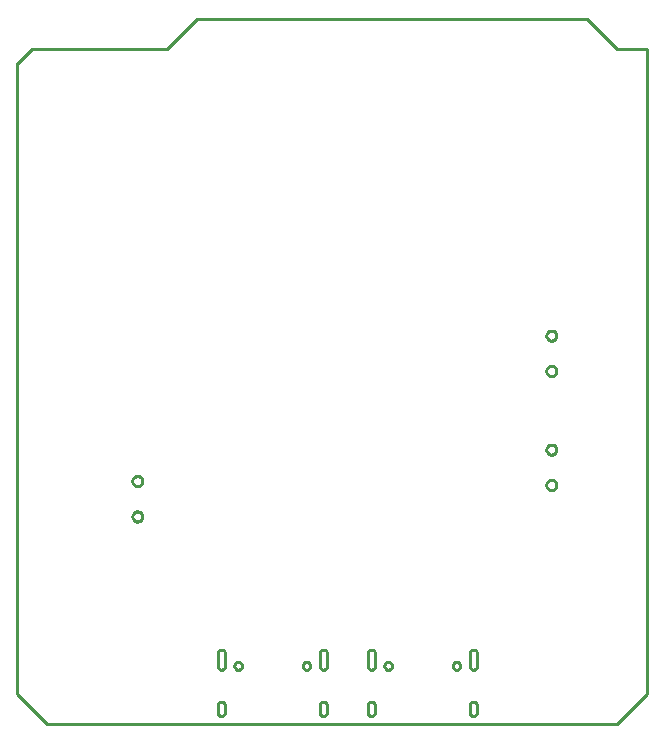
<source format=gko>
G04 EAGLE Gerber RS-274X export*
G75*
%MOMM*%
%FSLAX34Y34*%
%LPD*%
%IN*%
%IPPOS*%
%AMOC8*
5,1,8,0,0,1.08239X$1,22.5*%
G01*
%ADD10C,0.203200*%
%ADD11C,0.000000*%
%ADD12C,0.010000*%
%ADD13C,0.254000*%


D10*
X0Y558800D02*
X0Y25400D01*
X25400Y0D02*
X508000Y0D01*
X533400Y25400D02*
X533400Y571500D01*
X482600Y596900D02*
X152400Y596900D01*
X12700Y571500D02*
X0Y558800D01*
X12700Y571500D02*
X127000Y571500D01*
X152400Y596900D01*
X482600Y596900D02*
X508000Y571500D01*
X533400Y571500D01*
X533400Y25400D02*
X508000Y0D01*
X25400Y0D02*
X0Y25400D01*
D11*
X310750Y49050D02*
X310752Y49163D01*
X310758Y49277D01*
X310768Y49390D01*
X310782Y49502D01*
X310799Y49614D01*
X310821Y49726D01*
X310847Y49836D01*
X310876Y49946D01*
X310909Y50054D01*
X310946Y50162D01*
X310987Y50267D01*
X311031Y50372D01*
X311079Y50475D01*
X311130Y50576D01*
X311185Y50675D01*
X311244Y50772D01*
X311306Y50867D01*
X311371Y50960D01*
X311439Y51051D01*
X311510Y51139D01*
X311585Y51225D01*
X311662Y51308D01*
X311742Y51388D01*
X311825Y51465D01*
X311911Y51540D01*
X311999Y51611D01*
X312090Y51679D01*
X312183Y51744D01*
X312278Y51806D01*
X312375Y51865D01*
X312474Y51920D01*
X312575Y51971D01*
X312678Y52019D01*
X312783Y52063D01*
X312888Y52104D01*
X312996Y52141D01*
X313104Y52174D01*
X313214Y52203D01*
X313324Y52229D01*
X313436Y52251D01*
X313548Y52268D01*
X313660Y52282D01*
X313773Y52292D01*
X313887Y52298D01*
X314000Y52300D01*
X314113Y52298D01*
X314227Y52292D01*
X314340Y52282D01*
X314452Y52268D01*
X314564Y52251D01*
X314676Y52229D01*
X314786Y52203D01*
X314896Y52174D01*
X315004Y52141D01*
X315112Y52104D01*
X315217Y52063D01*
X315322Y52019D01*
X315425Y51971D01*
X315526Y51920D01*
X315625Y51865D01*
X315722Y51806D01*
X315817Y51744D01*
X315910Y51679D01*
X316001Y51611D01*
X316089Y51540D01*
X316175Y51465D01*
X316258Y51388D01*
X316338Y51308D01*
X316415Y51225D01*
X316490Y51139D01*
X316561Y51051D01*
X316629Y50960D01*
X316694Y50867D01*
X316756Y50772D01*
X316815Y50675D01*
X316870Y50576D01*
X316921Y50475D01*
X316969Y50372D01*
X317013Y50267D01*
X317054Y50162D01*
X317091Y50054D01*
X317124Y49946D01*
X317153Y49836D01*
X317179Y49726D01*
X317201Y49614D01*
X317218Y49502D01*
X317232Y49390D01*
X317242Y49277D01*
X317248Y49163D01*
X317250Y49050D01*
X317248Y48937D01*
X317242Y48823D01*
X317232Y48710D01*
X317218Y48598D01*
X317201Y48486D01*
X317179Y48374D01*
X317153Y48264D01*
X317124Y48154D01*
X317091Y48046D01*
X317054Y47938D01*
X317013Y47833D01*
X316969Y47728D01*
X316921Y47625D01*
X316870Y47524D01*
X316815Y47425D01*
X316756Y47328D01*
X316694Y47233D01*
X316629Y47140D01*
X316561Y47049D01*
X316490Y46961D01*
X316415Y46875D01*
X316338Y46792D01*
X316258Y46712D01*
X316175Y46635D01*
X316089Y46560D01*
X316001Y46489D01*
X315910Y46421D01*
X315817Y46356D01*
X315722Y46294D01*
X315625Y46235D01*
X315526Y46180D01*
X315425Y46129D01*
X315322Y46081D01*
X315217Y46037D01*
X315112Y45996D01*
X315004Y45959D01*
X314896Y45926D01*
X314786Y45897D01*
X314676Y45871D01*
X314564Y45849D01*
X314452Y45832D01*
X314340Y45818D01*
X314227Y45808D01*
X314113Y45802D01*
X314000Y45800D01*
X313887Y45802D01*
X313773Y45808D01*
X313660Y45818D01*
X313548Y45832D01*
X313436Y45849D01*
X313324Y45871D01*
X313214Y45897D01*
X313104Y45926D01*
X312996Y45959D01*
X312888Y45996D01*
X312783Y46037D01*
X312678Y46081D01*
X312575Y46129D01*
X312474Y46180D01*
X312375Y46235D01*
X312278Y46294D01*
X312183Y46356D01*
X312090Y46421D01*
X311999Y46489D01*
X311911Y46560D01*
X311825Y46635D01*
X311742Y46712D01*
X311662Y46792D01*
X311585Y46875D01*
X311510Y46961D01*
X311439Y47049D01*
X311371Y47140D01*
X311306Y47233D01*
X311244Y47328D01*
X311185Y47425D01*
X311130Y47524D01*
X311079Y47625D01*
X311031Y47728D01*
X310987Y47833D01*
X310946Y47938D01*
X310909Y48046D01*
X310876Y48154D01*
X310847Y48264D01*
X310821Y48374D01*
X310799Y48486D01*
X310782Y48598D01*
X310768Y48710D01*
X310758Y48823D01*
X310752Y48937D01*
X310750Y49050D01*
X368550Y49050D02*
X368552Y49163D01*
X368558Y49277D01*
X368568Y49390D01*
X368582Y49502D01*
X368599Y49614D01*
X368621Y49726D01*
X368647Y49836D01*
X368676Y49946D01*
X368709Y50054D01*
X368746Y50162D01*
X368787Y50267D01*
X368831Y50372D01*
X368879Y50475D01*
X368930Y50576D01*
X368985Y50675D01*
X369044Y50772D01*
X369106Y50867D01*
X369171Y50960D01*
X369239Y51051D01*
X369310Y51139D01*
X369385Y51225D01*
X369462Y51308D01*
X369542Y51388D01*
X369625Y51465D01*
X369711Y51540D01*
X369799Y51611D01*
X369890Y51679D01*
X369983Y51744D01*
X370078Y51806D01*
X370175Y51865D01*
X370274Y51920D01*
X370375Y51971D01*
X370478Y52019D01*
X370583Y52063D01*
X370688Y52104D01*
X370796Y52141D01*
X370904Y52174D01*
X371014Y52203D01*
X371124Y52229D01*
X371236Y52251D01*
X371348Y52268D01*
X371460Y52282D01*
X371573Y52292D01*
X371687Y52298D01*
X371800Y52300D01*
X371913Y52298D01*
X372027Y52292D01*
X372140Y52282D01*
X372252Y52268D01*
X372364Y52251D01*
X372476Y52229D01*
X372586Y52203D01*
X372696Y52174D01*
X372804Y52141D01*
X372912Y52104D01*
X373017Y52063D01*
X373122Y52019D01*
X373225Y51971D01*
X373326Y51920D01*
X373425Y51865D01*
X373522Y51806D01*
X373617Y51744D01*
X373710Y51679D01*
X373801Y51611D01*
X373889Y51540D01*
X373975Y51465D01*
X374058Y51388D01*
X374138Y51308D01*
X374215Y51225D01*
X374290Y51139D01*
X374361Y51051D01*
X374429Y50960D01*
X374494Y50867D01*
X374556Y50772D01*
X374615Y50675D01*
X374670Y50576D01*
X374721Y50475D01*
X374769Y50372D01*
X374813Y50267D01*
X374854Y50162D01*
X374891Y50054D01*
X374924Y49946D01*
X374953Y49836D01*
X374979Y49726D01*
X375001Y49614D01*
X375018Y49502D01*
X375032Y49390D01*
X375042Y49277D01*
X375048Y49163D01*
X375050Y49050D01*
X375048Y48937D01*
X375042Y48823D01*
X375032Y48710D01*
X375018Y48598D01*
X375001Y48486D01*
X374979Y48374D01*
X374953Y48264D01*
X374924Y48154D01*
X374891Y48046D01*
X374854Y47938D01*
X374813Y47833D01*
X374769Y47728D01*
X374721Y47625D01*
X374670Y47524D01*
X374615Y47425D01*
X374556Y47328D01*
X374494Y47233D01*
X374429Y47140D01*
X374361Y47049D01*
X374290Y46961D01*
X374215Y46875D01*
X374138Y46792D01*
X374058Y46712D01*
X373975Y46635D01*
X373889Y46560D01*
X373801Y46489D01*
X373710Y46421D01*
X373617Y46356D01*
X373522Y46294D01*
X373425Y46235D01*
X373326Y46180D01*
X373225Y46129D01*
X373122Y46081D01*
X373017Y46037D01*
X372912Y45996D01*
X372804Y45959D01*
X372696Y45926D01*
X372586Y45897D01*
X372476Y45871D01*
X372364Y45849D01*
X372252Y45832D01*
X372140Y45818D01*
X372027Y45808D01*
X371913Y45802D01*
X371800Y45800D01*
X371687Y45802D01*
X371573Y45808D01*
X371460Y45818D01*
X371348Y45832D01*
X371236Y45849D01*
X371124Y45871D01*
X371014Y45897D01*
X370904Y45926D01*
X370796Y45959D01*
X370688Y45996D01*
X370583Y46037D01*
X370478Y46081D01*
X370375Y46129D01*
X370274Y46180D01*
X370175Y46235D01*
X370078Y46294D01*
X369983Y46356D01*
X369890Y46421D01*
X369799Y46489D01*
X369711Y46560D01*
X369625Y46635D01*
X369542Y46712D01*
X369462Y46792D01*
X369385Y46875D01*
X369310Y46961D01*
X369239Y47049D01*
X369171Y47140D01*
X369106Y47233D01*
X369044Y47328D01*
X368985Y47425D01*
X368930Y47524D01*
X368879Y47625D01*
X368831Y47728D01*
X368787Y47833D01*
X368746Y47938D01*
X368709Y48046D01*
X368676Y48154D01*
X368647Y48264D01*
X368621Y48374D01*
X368599Y48486D01*
X368582Y48598D01*
X368568Y48710D01*
X368558Y48823D01*
X368552Y48937D01*
X368550Y49050D01*
D12*
X296700Y15700D02*
X296700Y9500D01*
X302700Y9500D02*
X302700Y15700D01*
X302698Y15808D01*
X302692Y15916D01*
X302682Y16024D01*
X302669Y16132D01*
X302651Y16239D01*
X302630Y16345D01*
X302605Y16450D01*
X302576Y16555D01*
X302543Y16658D01*
X302507Y16760D01*
X302466Y16861D01*
X302423Y16960D01*
X302375Y17057D01*
X302325Y17153D01*
X302271Y17247D01*
X302213Y17338D01*
X302152Y17428D01*
X302088Y17516D01*
X302021Y17601D01*
X301951Y17683D01*
X301878Y17763D01*
X301802Y17840D01*
X301723Y17915D01*
X301642Y17986D01*
X301558Y18055D01*
X301472Y18121D01*
X301384Y18183D01*
X301293Y18242D01*
X301200Y18298D01*
X301105Y18351D01*
X301009Y18400D01*
X300910Y18445D01*
X300810Y18487D01*
X300709Y18525D01*
X300606Y18560D01*
X300503Y18591D01*
X300398Y18618D01*
X300292Y18641D01*
X300185Y18660D01*
X300078Y18676D01*
X299970Y18688D01*
X299862Y18696D01*
X299754Y18700D01*
X299646Y18700D01*
X299538Y18696D01*
X299430Y18688D01*
X299322Y18676D01*
X299215Y18660D01*
X299108Y18641D01*
X299002Y18618D01*
X298897Y18591D01*
X298794Y18560D01*
X298691Y18525D01*
X298590Y18487D01*
X298490Y18445D01*
X298391Y18400D01*
X298295Y18351D01*
X298200Y18298D01*
X298107Y18242D01*
X298016Y18183D01*
X297928Y18121D01*
X297842Y18055D01*
X297758Y17986D01*
X297677Y17915D01*
X297598Y17840D01*
X297522Y17763D01*
X297449Y17683D01*
X297379Y17601D01*
X297312Y17516D01*
X297248Y17428D01*
X297187Y17338D01*
X297129Y17247D01*
X297075Y17153D01*
X297025Y17057D01*
X296977Y16960D01*
X296934Y16861D01*
X296893Y16760D01*
X296857Y16658D01*
X296824Y16555D01*
X296795Y16450D01*
X296770Y16345D01*
X296749Y16239D01*
X296731Y16132D01*
X296718Y16024D01*
X296708Y15916D01*
X296702Y15808D01*
X296700Y15700D01*
X296700Y9500D02*
X296702Y9392D01*
X296708Y9284D01*
X296718Y9176D01*
X296731Y9068D01*
X296749Y8961D01*
X296770Y8855D01*
X296795Y8750D01*
X296824Y8645D01*
X296857Y8542D01*
X296893Y8440D01*
X296934Y8339D01*
X296977Y8240D01*
X297025Y8143D01*
X297075Y8047D01*
X297129Y7953D01*
X297187Y7862D01*
X297248Y7772D01*
X297312Y7684D01*
X297379Y7599D01*
X297449Y7517D01*
X297522Y7437D01*
X297598Y7360D01*
X297677Y7285D01*
X297758Y7214D01*
X297842Y7145D01*
X297928Y7079D01*
X298016Y7017D01*
X298107Y6958D01*
X298200Y6902D01*
X298295Y6849D01*
X298391Y6800D01*
X298490Y6755D01*
X298590Y6713D01*
X298691Y6675D01*
X298794Y6640D01*
X298897Y6609D01*
X299002Y6582D01*
X299108Y6559D01*
X299215Y6540D01*
X299322Y6524D01*
X299430Y6512D01*
X299538Y6504D01*
X299646Y6500D01*
X299754Y6500D01*
X299862Y6504D01*
X299970Y6512D01*
X300078Y6524D01*
X300185Y6540D01*
X300292Y6559D01*
X300398Y6582D01*
X300503Y6609D01*
X300606Y6640D01*
X300709Y6675D01*
X300810Y6713D01*
X300910Y6755D01*
X301009Y6800D01*
X301105Y6849D01*
X301200Y6902D01*
X301293Y6958D01*
X301384Y7017D01*
X301472Y7079D01*
X301558Y7145D01*
X301642Y7214D01*
X301723Y7285D01*
X301802Y7360D01*
X301878Y7437D01*
X301951Y7517D01*
X302021Y7599D01*
X302088Y7684D01*
X302152Y7772D01*
X302213Y7862D01*
X302271Y7953D01*
X302325Y8047D01*
X302375Y8143D01*
X302423Y8240D01*
X302466Y8339D01*
X302507Y8440D01*
X302543Y8542D01*
X302576Y8645D01*
X302605Y8750D01*
X302630Y8855D01*
X302651Y8961D01*
X302669Y9068D01*
X302682Y9176D01*
X302692Y9284D01*
X302698Y9392D01*
X302700Y9500D01*
X296700Y48850D02*
X296700Y59850D01*
X302700Y59850D02*
X302700Y48850D01*
X302698Y48742D01*
X302692Y48634D01*
X302682Y48526D01*
X302669Y48418D01*
X302651Y48311D01*
X302630Y48205D01*
X302605Y48100D01*
X302576Y47995D01*
X302543Y47892D01*
X302507Y47790D01*
X302466Y47689D01*
X302423Y47590D01*
X302375Y47493D01*
X302325Y47397D01*
X302271Y47303D01*
X302213Y47212D01*
X302152Y47122D01*
X302088Y47034D01*
X302021Y46949D01*
X301951Y46867D01*
X301878Y46787D01*
X301802Y46710D01*
X301723Y46635D01*
X301642Y46564D01*
X301558Y46495D01*
X301472Y46429D01*
X301384Y46367D01*
X301293Y46308D01*
X301200Y46252D01*
X301105Y46199D01*
X301009Y46150D01*
X300910Y46105D01*
X300810Y46063D01*
X300709Y46025D01*
X300606Y45990D01*
X300503Y45959D01*
X300398Y45932D01*
X300292Y45909D01*
X300185Y45890D01*
X300078Y45874D01*
X299970Y45862D01*
X299862Y45854D01*
X299754Y45850D01*
X299646Y45850D01*
X299538Y45854D01*
X299430Y45862D01*
X299322Y45874D01*
X299215Y45890D01*
X299108Y45909D01*
X299002Y45932D01*
X298897Y45959D01*
X298794Y45990D01*
X298691Y46025D01*
X298590Y46063D01*
X298490Y46105D01*
X298391Y46150D01*
X298295Y46199D01*
X298200Y46252D01*
X298107Y46308D01*
X298016Y46367D01*
X297928Y46429D01*
X297842Y46495D01*
X297758Y46564D01*
X297677Y46635D01*
X297598Y46710D01*
X297522Y46787D01*
X297449Y46867D01*
X297379Y46949D01*
X297312Y47034D01*
X297248Y47122D01*
X297187Y47212D01*
X297129Y47303D01*
X297075Y47397D01*
X297025Y47493D01*
X296977Y47590D01*
X296934Y47689D01*
X296893Y47790D01*
X296857Y47892D01*
X296824Y47995D01*
X296795Y48100D01*
X296770Y48205D01*
X296749Y48311D01*
X296731Y48418D01*
X296718Y48526D01*
X296708Y48634D01*
X296702Y48742D01*
X296700Y48850D01*
X296700Y59850D02*
X296702Y59958D01*
X296708Y60066D01*
X296718Y60174D01*
X296731Y60282D01*
X296749Y60389D01*
X296770Y60495D01*
X296795Y60600D01*
X296824Y60705D01*
X296857Y60808D01*
X296893Y60910D01*
X296934Y61011D01*
X296977Y61110D01*
X297025Y61207D01*
X297075Y61303D01*
X297129Y61397D01*
X297187Y61488D01*
X297248Y61578D01*
X297312Y61666D01*
X297379Y61751D01*
X297449Y61833D01*
X297522Y61913D01*
X297598Y61990D01*
X297677Y62065D01*
X297758Y62136D01*
X297842Y62205D01*
X297928Y62271D01*
X298016Y62333D01*
X298107Y62392D01*
X298200Y62448D01*
X298295Y62501D01*
X298391Y62550D01*
X298490Y62595D01*
X298590Y62637D01*
X298691Y62675D01*
X298794Y62710D01*
X298897Y62741D01*
X299002Y62768D01*
X299108Y62791D01*
X299215Y62810D01*
X299322Y62826D01*
X299430Y62838D01*
X299538Y62846D01*
X299646Y62850D01*
X299754Y62850D01*
X299862Y62846D01*
X299970Y62838D01*
X300078Y62826D01*
X300185Y62810D01*
X300292Y62791D01*
X300398Y62768D01*
X300503Y62741D01*
X300606Y62710D01*
X300709Y62675D01*
X300810Y62637D01*
X300910Y62595D01*
X301009Y62550D01*
X301105Y62501D01*
X301200Y62448D01*
X301293Y62392D01*
X301384Y62333D01*
X301472Y62271D01*
X301558Y62205D01*
X301642Y62136D01*
X301723Y62065D01*
X301802Y61990D01*
X301878Y61913D01*
X301951Y61833D01*
X302021Y61751D01*
X302088Y61666D01*
X302152Y61578D01*
X302213Y61488D01*
X302271Y61397D01*
X302325Y61303D01*
X302375Y61207D01*
X302423Y61110D01*
X302466Y61011D01*
X302507Y60910D01*
X302543Y60808D01*
X302576Y60705D01*
X302605Y60600D01*
X302630Y60495D01*
X302651Y60389D01*
X302669Y60282D01*
X302682Y60174D01*
X302692Y60066D01*
X302698Y59958D01*
X302700Y59850D01*
X383100Y15700D02*
X383100Y9500D01*
X389100Y9500D02*
X389100Y15700D01*
X389098Y15808D01*
X389092Y15916D01*
X389082Y16024D01*
X389069Y16132D01*
X389051Y16239D01*
X389030Y16345D01*
X389005Y16450D01*
X388976Y16555D01*
X388943Y16658D01*
X388907Y16760D01*
X388866Y16861D01*
X388823Y16960D01*
X388775Y17057D01*
X388725Y17153D01*
X388671Y17247D01*
X388613Y17338D01*
X388552Y17428D01*
X388488Y17516D01*
X388421Y17601D01*
X388351Y17683D01*
X388278Y17763D01*
X388202Y17840D01*
X388123Y17915D01*
X388042Y17986D01*
X387958Y18055D01*
X387872Y18121D01*
X387784Y18183D01*
X387693Y18242D01*
X387600Y18298D01*
X387505Y18351D01*
X387409Y18400D01*
X387310Y18445D01*
X387210Y18487D01*
X387109Y18525D01*
X387006Y18560D01*
X386903Y18591D01*
X386798Y18618D01*
X386692Y18641D01*
X386585Y18660D01*
X386478Y18676D01*
X386370Y18688D01*
X386262Y18696D01*
X386154Y18700D01*
X386046Y18700D01*
X385938Y18696D01*
X385830Y18688D01*
X385722Y18676D01*
X385615Y18660D01*
X385508Y18641D01*
X385402Y18618D01*
X385297Y18591D01*
X385194Y18560D01*
X385091Y18525D01*
X384990Y18487D01*
X384890Y18445D01*
X384791Y18400D01*
X384695Y18351D01*
X384600Y18298D01*
X384507Y18242D01*
X384416Y18183D01*
X384328Y18121D01*
X384242Y18055D01*
X384158Y17986D01*
X384077Y17915D01*
X383998Y17840D01*
X383922Y17763D01*
X383849Y17683D01*
X383779Y17601D01*
X383712Y17516D01*
X383648Y17428D01*
X383587Y17338D01*
X383529Y17247D01*
X383475Y17153D01*
X383425Y17057D01*
X383377Y16960D01*
X383334Y16861D01*
X383293Y16760D01*
X383257Y16658D01*
X383224Y16555D01*
X383195Y16450D01*
X383170Y16345D01*
X383149Y16239D01*
X383131Y16132D01*
X383118Y16024D01*
X383108Y15916D01*
X383102Y15808D01*
X383100Y15700D01*
X383100Y9500D02*
X383102Y9392D01*
X383108Y9284D01*
X383118Y9176D01*
X383131Y9068D01*
X383149Y8961D01*
X383170Y8855D01*
X383195Y8750D01*
X383224Y8645D01*
X383257Y8542D01*
X383293Y8440D01*
X383334Y8339D01*
X383377Y8240D01*
X383425Y8143D01*
X383475Y8047D01*
X383529Y7953D01*
X383587Y7862D01*
X383648Y7772D01*
X383712Y7684D01*
X383779Y7599D01*
X383849Y7517D01*
X383922Y7437D01*
X383998Y7360D01*
X384077Y7285D01*
X384158Y7214D01*
X384242Y7145D01*
X384328Y7079D01*
X384416Y7017D01*
X384507Y6958D01*
X384600Y6902D01*
X384695Y6849D01*
X384791Y6800D01*
X384890Y6755D01*
X384990Y6713D01*
X385091Y6675D01*
X385194Y6640D01*
X385297Y6609D01*
X385402Y6582D01*
X385508Y6559D01*
X385615Y6540D01*
X385722Y6524D01*
X385830Y6512D01*
X385938Y6504D01*
X386046Y6500D01*
X386154Y6500D01*
X386262Y6504D01*
X386370Y6512D01*
X386478Y6524D01*
X386585Y6540D01*
X386692Y6559D01*
X386798Y6582D01*
X386903Y6609D01*
X387006Y6640D01*
X387109Y6675D01*
X387210Y6713D01*
X387310Y6755D01*
X387409Y6800D01*
X387505Y6849D01*
X387600Y6902D01*
X387693Y6958D01*
X387784Y7017D01*
X387872Y7079D01*
X387958Y7145D01*
X388042Y7214D01*
X388123Y7285D01*
X388202Y7360D01*
X388278Y7437D01*
X388351Y7517D01*
X388421Y7599D01*
X388488Y7684D01*
X388552Y7772D01*
X388613Y7862D01*
X388671Y7953D01*
X388725Y8047D01*
X388775Y8143D01*
X388823Y8240D01*
X388866Y8339D01*
X388907Y8440D01*
X388943Y8542D01*
X388976Y8645D01*
X389005Y8750D01*
X389030Y8855D01*
X389051Y8961D01*
X389069Y9068D01*
X389082Y9176D01*
X389092Y9284D01*
X389098Y9392D01*
X389100Y9500D01*
X383100Y48850D02*
X383100Y59850D01*
X389100Y59850D02*
X389100Y48850D01*
X389098Y48742D01*
X389092Y48634D01*
X389082Y48526D01*
X389069Y48418D01*
X389051Y48311D01*
X389030Y48205D01*
X389005Y48100D01*
X388976Y47995D01*
X388943Y47892D01*
X388907Y47790D01*
X388866Y47689D01*
X388823Y47590D01*
X388775Y47493D01*
X388725Y47397D01*
X388671Y47303D01*
X388613Y47212D01*
X388552Y47122D01*
X388488Y47034D01*
X388421Y46949D01*
X388351Y46867D01*
X388278Y46787D01*
X388202Y46710D01*
X388123Y46635D01*
X388042Y46564D01*
X387958Y46495D01*
X387872Y46429D01*
X387784Y46367D01*
X387693Y46308D01*
X387600Y46252D01*
X387505Y46199D01*
X387409Y46150D01*
X387310Y46105D01*
X387210Y46063D01*
X387109Y46025D01*
X387006Y45990D01*
X386903Y45959D01*
X386798Y45932D01*
X386692Y45909D01*
X386585Y45890D01*
X386478Y45874D01*
X386370Y45862D01*
X386262Y45854D01*
X386154Y45850D01*
X386046Y45850D01*
X385938Y45854D01*
X385830Y45862D01*
X385722Y45874D01*
X385615Y45890D01*
X385508Y45909D01*
X385402Y45932D01*
X385297Y45959D01*
X385194Y45990D01*
X385091Y46025D01*
X384990Y46063D01*
X384890Y46105D01*
X384791Y46150D01*
X384695Y46199D01*
X384600Y46252D01*
X384507Y46308D01*
X384416Y46367D01*
X384328Y46429D01*
X384242Y46495D01*
X384158Y46564D01*
X384077Y46635D01*
X383998Y46710D01*
X383922Y46787D01*
X383849Y46867D01*
X383779Y46949D01*
X383712Y47034D01*
X383648Y47122D01*
X383587Y47212D01*
X383529Y47303D01*
X383475Y47397D01*
X383425Y47493D01*
X383377Y47590D01*
X383334Y47689D01*
X383293Y47790D01*
X383257Y47892D01*
X383224Y47995D01*
X383195Y48100D01*
X383170Y48205D01*
X383149Y48311D01*
X383131Y48418D01*
X383118Y48526D01*
X383108Y48634D01*
X383102Y48742D01*
X383100Y48850D01*
X383100Y59850D02*
X383102Y59958D01*
X383108Y60066D01*
X383118Y60174D01*
X383131Y60282D01*
X383149Y60389D01*
X383170Y60495D01*
X383195Y60600D01*
X383224Y60705D01*
X383257Y60808D01*
X383293Y60910D01*
X383334Y61011D01*
X383377Y61110D01*
X383425Y61207D01*
X383475Y61303D01*
X383529Y61397D01*
X383587Y61488D01*
X383648Y61578D01*
X383712Y61666D01*
X383779Y61751D01*
X383849Y61833D01*
X383922Y61913D01*
X383998Y61990D01*
X384077Y62065D01*
X384158Y62136D01*
X384242Y62205D01*
X384328Y62271D01*
X384416Y62333D01*
X384507Y62392D01*
X384600Y62448D01*
X384695Y62501D01*
X384791Y62550D01*
X384890Y62595D01*
X384990Y62637D01*
X385091Y62675D01*
X385194Y62710D01*
X385297Y62741D01*
X385402Y62768D01*
X385508Y62791D01*
X385615Y62810D01*
X385722Y62826D01*
X385830Y62838D01*
X385938Y62846D01*
X386046Y62850D01*
X386154Y62850D01*
X386262Y62846D01*
X386370Y62838D01*
X386478Y62826D01*
X386585Y62810D01*
X386692Y62791D01*
X386798Y62768D01*
X386903Y62741D01*
X387006Y62710D01*
X387109Y62675D01*
X387210Y62637D01*
X387310Y62595D01*
X387409Y62550D01*
X387505Y62501D01*
X387600Y62448D01*
X387693Y62392D01*
X387784Y62333D01*
X387872Y62271D01*
X387958Y62205D01*
X388042Y62136D01*
X388123Y62065D01*
X388202Y61990D01*
X388278Y61913D01*
X388351Y61833D01*
X388421Y61751D01*
X388488Y61666D01*
X388552Y61578D01*
X388613Y61488D01*
X388671Y61397D01*
X388725Y61303D01*
X388775Y61207D01*
X388823Y61110D01*
X388866Y61011D01*
X388907Y60910D01*
X388943Y60808D01*
X388976Y60705D01*
X389005Y60600D01*
X389030Y60495D01*
X389051Y60389D01*
X389069Y60282D01*
X389082Y60174D01*
X389092Y60066D01*
X389098Y59958D01*
X389100Y59850D01*
D11*
X97350Y175500D02*
X97352Y175630D01*
X97358Y175760D01*
X97368Y175890D01*
X97382Y176020D01*
X97400Y176149D01*
X97422Y176277D01*
X97447Y176405D01*
X97477Y176532D01*
X97511Y176658D01*
X97548Y176782D01*
X97589Y176906D01*
X97634Y177028D01*
X97683Y177149D01*
X97735Y177268D01*
X97791Y177386D01*
X97851Y177502D01*
X97914Y177616D01*
X97981Y177728D01*
X98051Y177837D01*
X98124Y177945D01*
X98200Y178050D01*
X98280Y178153D01*
X98363Y178254D01*
X98449Y178352D01*
X98538Y178447D01*
X98630Y178540D01*
X98724Y178629D01*
X98821Y178716D01*
X98921Y178799D01*
X99024Y178880D01*
X99128Y178957D01*
X99235Y179031D01*
X99345Y179102D01*
X99456Y179170D01*
X99570Y179234D01*
X99685Y179294D01*
X99802Y179351D01*
X99921Y179404D01*
X100042Y179454D01*
X100163Y179500D01*
X100287Y179542D01*
X100411Y179580D01*
X100537Y179615D01*
X100663Y179646D01*
X100791Y179672D01*
X100919Y179695D01*
X101048Y179714D01*
X101177Y179729D01*
X101307Y179740D01*
X101437Y179747D01*
X101567Y179750D01*
X101698Y179749D01*
X101828Y179744D01*
X101958Y179735D01*
X102087Y179722D01*
X102217Y179705D01*
X102345Y179684D01*
X102473Y179659D01*
X102600Y179631D01*
X102726Y179598D01*
X102851Y179562D01*
X102975Y179521D01*
X103098Y179477D01*
X103219Y179430D01*
X103339Y179378D01*
X103457Y179323D01*
X103573Y179264D01*
X103687Y179202D01*
X103800Y179136D01*
X103910Y179067D01*
X104018Y178995D01*
X104124Y178919D01*
X104228Y178840D01*
X104329Y178758D01*
X104428Y178673D01*
X104524Y178585D01*
X104617Y178494D01*
X104707Y178400D01*
X104794Y178303D01*
X104879Y178204D01*
X104960Y178102D01*
X105038Y177998D01*
X105113Y177892D01*
X105185Y177783D01*
X105253Y177672D01*
X105318Y177559D01*
X105379Y177444D01*
X105437Y177327D01*
X105491Y177209D01*
X105542Y177089D01*
X105589Y176967D01*
X105632Y176844D01*
X105671Y176720D01*
X105707Y176595D01*
X105738Y176468D01*
X105766Y176341D01*
X105790Y176213D01*
X105810Y176084D01*
X105826Y175955D01*
X105838Y175825D01*
X105846Y175695D01*
X105850Y175565D01*
X105850Y175435D01*
X105846Y175305D01*
X105838Y175175D01*
X105826Y175045D01*
X105810Y174916D01*
X105790Y174787D01*
X105766Y174659D01*
X105738Y174532D01*
X105707Y174405D01*
X105671Y174280D01*
X105632Y174156D01*
X105589Y174033D01*
X105542Y173911D01*
X105491Y173791D01*
X105437Y173673D01*
X105379Y173556D01*
X105318Y173441D01*
X105253Y173328D01*
X105185Y173217D01*
X105113Y173108D01*
X105038Y173002D01*
X104960Y172898D01*
X104879Y172796D01*
X104794Y172697D01*
X104707Y172600D01*
X104617Y172506D01*
X104524Y172415D01*
X104428Y172327D01*
X104329Y172242D01*
X104228Y172160D01*
X104124Y172081D01*
X104018Y172005D01*
X103910Y171933D01*
X103800Y171864D01*
X103687Y171798D01*
X103573Y171736D01*
X103457Y171677D01*
X103339Y171622D01*
X103219Y171570D01*
X103098Y171523D01*
X102975Y171479D01*
X102851Y171438D01*
X102726Y171402D01*
X102600Y171369D01*
X102473Y171341D01*
X102345Y171316D01*
X102217Y171295D01*
X102087Y171278D01*
X101958Y171265D01*
X101828Y171256D01*
X101698Y171251D01*
X101567Y171250D01*
X101437Y171253D01*
X101307Y171260D01*
X101177Y171271D01*
X101048Y171286D01*
X100919Y171305D01*
X100791Y171328D01*
X100663Y171354D01*
X100537Y171385D01*
X100411Y171420D01*
X100287Y171458D01*
X100163Y171500D01*
X100042Y171546D01*
X99921Y171596D01*
X99802Y171649D01*
X99685Y171706D01*
X99570Y171766D01*
X99456Y171830D01*
X99345Y171898D01*
X99235Y171969D01*
X99128Y172043D01*
X99024Y172120D01*
X98921Y172201D01*
X98821Y172284D01*
X98724Y172371D01*
X98630Y172460D01*
X98538Y172553D01*
X98449Y172648D01*
X98363Y172746D01*
X98280Y172847D01*
X98200Y172950D01*
X98124Y173055D01*
X98051Y173163D01*
X97981Y173272D01*
X97914Y173384D01*
X97851Y173498D01*
X97791Y173614D01*
X97735Y173732D01*
X97683Y173851D01*
X97634Y173972D01*
X97589Y174094D01*
X97548Y174218D01*
X97511Y174342D01*
X97477Y174468D01*
X97447Y174595D01*
X97422Y174723D01*
X97400Y174851D01*
X97382Y174980D01*
X97368Y175110D01*
X97358Y175240D01*
X97352Y175370D01*
X97350Y175500D01*
X97350Y205500D02*
X97352Y205630D01*
X97358Y205760D01*
X97368Y205890D01*
X97382Y206020D01*
X97400Y206149D01*
X97422Y206277D01*
X97447Y206405D01*
X97477Y206532D01*
X97511Y206658D01*
X97548Y206782D01*
X97589Y206906D01*
X97634Y207028D01*
X97683Y207149D01*
X97735Y207268D01*
X97791Y207386D01*
X97851Y207502D01*
X97914Y207616D01*
X97981Y207728D01*
X98051Y207837D01*
X98124Y207945D01*
X98200Y208050D01*
X98280Y208153D01*
X98363Y208254D01*
X98449Y208352D01*
X98538Y208447D01*
X98630Y208540D01*
X98724Y208629D01*
X98821Y208716D01*
X98921Y208799D01*
X99024Y208880D01*
X99128Y208957D01*
X99235Y209031D01*
X99345Y209102D01*
X99456Y209170D01*
X99570Y209234D01*
X99685Y209294D01*
X99802Y209351D01*
X99921Y209404D01*
X100042Y209454D01*
X100163Y209500D01*
X100287Y209542D01*
X100411Y209580D01*
X100537Y209615D01*
X100663Y209646D01*
X100791Y209672D01*
X100919Y209695D01*
X101048Y209714D01*
X101177Y209729D01*
X101307Y209740D01*
X101437Y209747D01*
X101567Y209750D01*
X101698Y209749D01*
X101828Y209744D01*
X101958Y209735D01*
X102087Y209722D01*
X102217Y209705D01*
X102345Y209684D01*
X102473Y209659D01*
X102600Y209631D01*
X102726Y209598D01*
X102851Y209562D01*
X102975Y209521D01*
X103098Y209477D01*
X103219Y209430D01*
X103339Y209378D01*
X103457Y209323D01*
X103573Y209264D01*
X103687Y209202D01*
X103800Y209136D01*
X103910Y209067D01*
X104018Y208995D01*
X104124Y208919D01*
X104228Y208840D01*
X104329Y208758D01*
X104428Y208673D01*
X104524Y208585D01*
X104617Y208494D01*
X104707Y208400D01*
X104794Y208303D01*
X104879Y208204D01*
X104960Y208102D01*
X105038Y207998D01*
X105113Y207892D01*
X105185Y207783D01*
X105253Y207672D01*
X105318Y207559D01*
X105379Y207444D01*
X105437Y207327D01*
X105491Y207209D01*
X105542Y207089D01*
X105589Y206967D01*
X105632Y206844D01*
X105671Y206720D01*
X105707Y206595D01*
X105738Y206468D01*
X105766Y206341D01*
X105790Y206213D01*
X105810Y206084D01*
X105826Y205955D01*
X105838Y205825D01*
X105846Y205695D01*
X105850Y205565D01*
X105850Y205435D01*
X105846Y205305D01*
X105838Y205175D01*
X105826Y205045D01*
X105810Y204916D01*
X105790Y204787D01*
X105766Y204659D01*
X105738Y204532D01*
X105707Y204405D01*
X105671Y204280D01*
X105632Y204156D01*
X105589Y204033D01*
X105542Y203911D01*
X105491Y203791D01*
X105437Y203673D01*
X105379Y203556D01*
X105318Y203441D01*
X105253Y203328D01*
X105185Y203217D01*
X105113Y203108D01*
X105038Y203002D01*
X104960Y202898D01*
X104879Y202796D01*
X104794Y202697D01*
X104707Y202600D01*
X104617Y202506D01*
X104524Y202415D01*
X104428Y202327D01*
X104329Y202242D01*
X104228Y202160D01*
X104124Y202081D01*
X104018Y202005D01*
X103910Y201933D01*
X103800Y201864D01*
X103687Y201798D01*
X103573Y201736D01*
X103457Y201677D01*
X103339Y201622D01*
X103219Y201570D01*
X103098Y201523D01*
X102975Y201479D01*
X102851Y201438D01*
X102726Y201402D01*
X102600Y201369D01*
X102473Y201341D01*
X102345Y201316D01*
X102217Y201295D01*
X102087Y201278D01*
X101958Y201265D01*
X101828Y201256D01*
X101698Y201251D01*
X101567Y201250D01*
X101437Y201253D01*
X101307Y201260D01*
X101177Y201271D01*
X101048Y201286D01*
X100919Y201305D01*
X100791Y201328D01*
X100663Y201354D01*
X100537Y201385D01*
X100411Y201420D01*
X100287Y201458D01*
X100163Y201500D01*
X100042Y201546D01*
X99921Y201596D01*
X99802Y201649D01*
X99685Y201706D01*
X99570Y201766D01*
X99456Y201830D01*
X99345Y201898D01*
X99235Y201969D01*
X99128Y202043D01*
X99024Y202120D01*
X98921Y202201D01*
X98821Y202284D01*
X98724Y202371D01*
X98630Y202460D01*
X98538Y202553D01*
X98449Y202648D01*
X98363Y202746D01*
X98280Y202847D01*
X98200Y202950D01*
X98124Y203055D01*
X98051Y203163D01*
X97981Y203272D01*
X97914Y203384D01*
X97851Y203498D01*
X97791Y203614D01*
X97735Y203732D01*
X97683Y203851D01*
X97634Y203972D01*
X97589Y204094D01*
X97548Y204218D01*
X97511Y204342D01*
X97477Y204468D01*
X97447Y204595D01*
X97422Y204723D01*
X97400Y204851D01*
X97382Y204980D01*
X97368Y205110D01*
X97358Y205240D01*
X97352Y205370D01*
X97350Y205500D01*
X183750Y49050D02*
X183752Y49163D01*
X183758Y49277D01*
X183768Y49390D01*
X183782Y49502D01*
X183799Y49614D01*
X183821Y49726D01*
X183847Y49836D01*
X183876Y49946D01*
X183909Y50054D01*
X183946Y50162D01*
X183987Y50267D01*
X184031Y50372D01*
X184079Y50475D01*
X184130Y50576D01*
X184185Y50675D01*
X184244Y50772D01*
X184306Y50867D01*
X184371Y50960D01*
X184439Y51051D01*
X184510Y51139D01*
X184585Y51225D01*
X184662Y51308D01*
X184742Y51388D01*
X184825Y51465D01*
X184911Y51540D01*
X184999Y51611D01*
X185090Y51679D01*
X185183Y51744D01*
X185278Y51806D01*
X185375Y51865D01*
X185474Y51920D01*
X185575Y51971D01*
X185678Y52019D01*
X185783Y52063D01*
X185888Y52104D01*
X185996Y52141D01*
X186104Y52174D01*
X186214Y52203D01*
X186324Y52229D01*
X186436Y52251D01*
X186548Y52268D01*
X186660Y52282D01*
X186773Y52292D01*
X186887Y52298D01*
X187000Y52300D01*
X187113Y52298D01*
X187227Y52292D01*
X187340Y52282D01*
X187452Y52268D01*
X187564Y52251D01*
X187676Y52229D01*
X187786Y52203D01*
X187896Y52174D01*
X188004Y52141D01*
X188112Y52104D01*
X188217Y52063D01*
X188322Y52019D01*
X188425Y51971D01*
X188526Y51920D01*
X188625Y51865D01*
X188722Y51806D01*
X188817Y51744D01*
X188910Y51679D01*
X189001Y51611D01*
X189089Y51540D01*
X189175Y51465D01*
X189258Y51388D01*
X189338Y51308D01*
X189415Y51225D01*
X189490Y51139D01*
X189561Y51051D01*
X189629Y50960D01*
X189694Y50867D01*
X189756Y50772D01*
X189815Y50675D01*
X189870Y50576D01*
X189921Y50475D01*
X189969Y50372D01*
X190013Y50267D01*
X190054Y50162D01*
X190091Y50054D01*
X190124Y49946D01*
X190153Y49836D01*
X190179Y49726D01*
X190201Y49614D01*
X190218Y49502D01*
X190232Y49390D01*
X190242Y49277D01*
X190248Y49163D01*
X190250Y49050D01*
X190248Y48937D01*
X190242Y48823D01*
X190232Y48710D01*
X190218Y48598D01*
X190201Y48486D01*
X190179Y48374D01*
X190153Y48264D01*
X190124Y48154D01*
X190091Y48046D01*
X190054Y47938D01*
X190013Y47833D01*
X189969Y47728D01*
X189921Y47625D01*
X189870Y47524D01*
X189815Y47425D01*
X189756Y47328D01*
X189694Y47233D01*
X189629Y47140D01*
X189561Y47049D01*
X189490Y46961D01*
X189415Y46875D01*
X189338Y46792D01*
X189258Y46712D01*
X189175Y46635D01*
X189089Y46560D01*
X189001Y46489D01*
X188910Y46421D01*
X188817Y46356D01*
X188722Y46294D01*
X188625Y46235D01*
X188526Y46180D01*
X188425Y46129D01*
X188322Y46081D01*
X188217Y46037D01*
X188112Y45996D01*
X188004Y45959D01*
X187896Y45926D01*
X187786Y45897D01*
X187676Y45871D01*
X187564Y45849D01*
X187452Y45832D01*
X187340Y45818D01*
X187227Y45808D01*
X187113Y45802D01*
X187000Y45800D01*
X186887Y45802D01*
X186773Y45808D01*
X186660Y45818D01*
X186548Y45832D01*
X186436Y45849D01*
X186324Y45871D01*
X186214Y45897D01*
X186104Y45926D01*
X185996Y45959D01*
X185888Y45996D01*
X185783Y46037D01*
X185678Y46081D01*
X185575Y46129D01*
X185474Y46180D01*
X185375Y46235D01*
X185278Y46294D01*
X185183Y46356D01*
X185090Y46421D01*
X184999Y46489D01*
X184911Y46560D01*
X184825Y46635D01*
X184742Y46712D01*
X184662Y46792D01*
X184585Y46875D01*
X184510Y46961D01*
X184439Y47049D01*
X184371Y47140D01*
X184306Y47233D01*
X184244Y47328D01*
X184185Y47425D01*
X184130Y47524D01*
X184079Y47625D01*
X184031Y47728D01*
X183987Y47833D01*
X183946Y47938D01*
X183909Y48046D01*
X183876Y48154D01*
X183847Y48264D01*
X183821Y48374D01*
X183799Y48486D01*
X183782Y48598D01*
X183768Y48710D01*
X183758Y48823D01*
X183752Y48937D01*
X183750Y49050D01*
X241550Y49050D02*
X241552Y49163D01*
X241558Y49277D01*
X241568Y49390D01*
X241582Y49502D01*
X241599Y49614D01*
X241621Y49726D01*
X241647Y49836D01*
X241676Y49946D01*
X241709Y50054D01*
X241746Y50162D01*
X241787Y50267D01*
X241831Y50372D01*
X241879Y50475D01*
X241930Y50576D01*
X241985Y50675D01*
X242044Y50772D01*
X242106Y50867D01*
X242171Y50960D01*
X242239Y51051D01*
X242310Y51139D01*
X242385Y51225D01*
X242462Y51308D01*
X242542Y51388D01*
X242625Y51465D01*
X242711Y51540D01*
X242799Y51611D01*
X242890Y51679D01*
X242983Y51744D01*
X243078Y51806D01*
X243175Y51865D01*
X243274Y51920D01*
X243375Y51971D01*
X243478Y52019D01*
X243583Y52063D01*
X243688Y52104D01*
X243796Y52141D01*
X243904Y52174D01*
X244014Y52203D01*
X244124Y52229D01*
X244236Y52251D01*
X244348Y52268D01*
X244460Y52282D01*
X244573Y52292D01*
X244687Y52298D01*
X244800Y52300D01*
X244913Y52298D01*
X245027Y52292D01*
X245140Y52282D01*
X245252Y52268D01*
X245364Y52251D01*
X245476Y52229D01*
X245586Y52203D01*
X245696Y52174D01*
X245804Y52141D01*
X245912Y52104D01*
X246017Y52063D01*
X246122Y52019D01*
X246225Y51971D01*
X246326Y51920D01*
X246425Y51865D01*
X246522Y51806D01*
X246617Y51744D01*
X246710Y51679D01*
X246801Y51611D01*
X246889Y51540D01*
X246975Y51465D01*
X247058Y51388D01*
X247138Y51308D01*
X247215Y51225D01*
X247290Y51139D01*
X247361Y51051D01*
X247429Y50960D01*
X247494Y50867D01*
X247556Y50772D01*
X247615Y50675D01*
X247670Y50576D01*
X247721Y50475D01*
X247769Y50372D01*
X247813Y50267D01*
X247854Y50162D01*
X247891Y50054D01*
X247924Y49946D01*
X247953Y49836D01*
X247979Y49726D01*
X248001Y49614D01*
X248018Y49502D01*
X248032Y49390D01*
X248042Y49277D01*
X248048Y49163D01*
X248050Y49050D01*
X248048Y48937D01*
X248042Y48823D01*
X248032Y48710D01*
X248018Y48598D01*
X248001Y48486D01*
X247979Y48374D01*
X247953Y48264D01*
X247924Y48154D01*
X247891Y48046D01*
X247854Y47938D01*
X247813Y47833D01*
X247769Y47728D01*
X247721Y47625D01*
X247670Y47524D01*
X247615Y47425D01*
X247556Y47328D01*
X247494Y47233D01*
X247429Y47140D01*
X247361Y47049D01*
X247290Y46961D01*
X247215Y46875D01*
X247138Y46792D01*
X247058Y46712D01*
X246975Y46635D01*
X246889Y46560D01*
X246801Y46489D01*
X246710Y46421D01*
X246617Y46356D01*
X246522Y46294D01*
X246425Y46235D01*
X246326Y46180D01*
X246225Y46129D01*
X246122Y46081D01*
X246017Y46037D01*
X245912Y45996D01*
X245804Y45959D01*
X245696Y45926D01*
X245586Y45897D01*
X245476Y45871D01*
X245364Y45849D01*
X245252Y45832D01*
X245140Y45818D01*
X245027Y45808D01*
X244913Y45802D01*
X244800Y45800D01*
X244687Y45802D01*
X244573Y45808D01*
X244460Y45818D01*
X244348Y45832D01*
X244236Y45849D01*
X244124Y45871D01*
X244014Y45897D01*
X243904Y45926D01*
X243796Y45959D01*
X243688Y45996D01*
X243583Y46037D01*
X243478Y46081D01*
X243375Y46129D01*
X243274Y46180D01*
X243175Y46235D01*
X243078Y46294D01*
X242983Y46356D01*
X242890Y46421D01*
X242799Y46489D01*
X242711Y46560D01*
X242625Y46635D01*
X242542Y46712D01*
X242462Y46792D01*
X242385Y46875D01*
X242310Y46961D01*
X242239Y47049D01*
X242171Y47140D01*
X242106Y47233D01*
X242044Y47328D01*
X241985Y47425D01*
X241930Y47524D01*
X241879Y47625D01*
X241831Y47728D01*
X241787Y47833D01*
X241746Y47938D01*
X241709Y48046D01*
X241676Y48154D01*
X241647Y48264D01*
X241621Y48374D01*
X241599Y48486D01*
X241582Y48598D01*
X241568Y48710D01*
X241558Y48823D01*
X241552Y48937D01*
X241550Y49050D01*
D12*
X169700Y15700D02*
X169700Y9500D01*
X175700Y9500D02*
X175700Y15700D01*
X175698Y15808D01*
X175692Y15916D01*
X175682Y16024D01*
X175669Y16132D01*
X175651Y16239D01*
X175630Y16345D01*
X175605Y16450D01*
X175576Y16555D01*
X175543Y16658D01*
X175507Y16760D01*
X175466Y16861D01*
X175423Y16960D01*
X175375Y17057D01*
X175325Y17153D01*
X175271Y17247D01*
X175213Y17338D01*
X175152Y17428D01*
X175088Y17516D01*
X175021Y17601D01*
X174951Y17683D01*
X174878Y17763D01*
X174802Y17840D01*
X174723Y17915D01*
X174642Y17986D01*
X174558Y18055D01*
X174472Y18121D01*
X174384Y18183D01*
X174293Y18242D01*
X174200Y18298D01*
X174105Y18351D01*
X174009Y18400D01*
X173910Y18445D01*
X173810Y18487D01*
X173709Y18525D01*
X173606Y18560D01*
X173503Y18591D01*
X173398Y18618D01*
X173292Y18641D01*
X173185Y18660D01*
X173078Y18676D01*
X172970Y18688D01*
X172862Y18696D01*
X172754Y18700D01*
X172646Y18700D01*
X172538Y18696D01*
X172430Y18688D01*
X172322Y18676D01*
X172215Y18660D01*
X172108Y18641D01*
X172002Y18618D01*
X171897Y18591D01*
X171794Y18560D01*
X171691Y18525D01*
X171590Y18487D01*
X171490Y18445D01*
X171391Y18400D01*
X171295Y18351D01*
X171200Y18298D01*
X171107Y18242D01*
X171016Y18183D01*
X170928Y18121D01*
X170842Y18055D01*
X170758Y17986D01*
X170677Y17915D01*
X170598Y17840D01*
X170522Y17763D01*
X170449Y17683D01*
X170379Y17601D01*
X170312Y17516D01*
X170248Y17428D01*
X170187Y17338D01*
X170129Y17247D01*
X170075Y17153D01*
X170025Y17057D01*
X169977Y16960D01*
X169934Y16861D01*
X169893Y16760D01*
X169857Y16658D01*
X169824Y16555D01*
X169795Y16450D01*
X169770Y16345D01*
X169749Y16239D01*
X169731Y16132D01*
X169718Y16024D01*
X169708Y15916D01*
X169702Y15808D01*
X169700Y15700D01*
X169700Y9500D02*
X169702Y9392D01*
X169708Y9284D01*
X169718Y9176D01*
X169731Y9068D01*
X169749Y8961D01*
X169770Y8855D01*
X169795Y8750D01*
X169824Y8645D01*
X169857Y8542D01*
X169893Y8440D01*
X169934Y8339D01*
X169977Y8240D01*
X170025Y8143D01*
X170075Y8047D01*
X170129Y7953D01*
X170187Y7862D01*
X170248Y7772D01*
X170312Y7684D01*
X170379Y7599D01*
X170449Y7517D01*
X170522Y7437D01*
X170598Y7360D01*
X170677Y7285D01*
X170758Y7214D01*
X170842Y7145D01*
X170928Y7079D01*
X171016Y7017D01*
X171107Y6958D01*
X171200Y6902D01*
X171295Y6849D01*
X171391Y6800D01*
X171490Y6755D01*
X171590Y6713D01*
X171691Y6675D01*
X171794Y6640D01*
X171897Y6609D01*
X172002Y6582D01*
X172108Y6559D01*
X172215Y6540D01*
X172322Y6524D01*
X172430Y6512D01*
X172538Y6504D01*
X172646Y6500D01*
X172754Y6500D01*
X172862Y6504D01*
X172970Y6512D01*
X173078Y6524D01*
X173185Y6540D01*
X173292Y6559D01*
X173398Y6582D01*
X173503Y6609D01*
X173606Y6640D01*
X173709Y6675D01*
X173810Y6713D01*
X173910Y6755D01*
X174009Y6800D01*
X174105Y6849D01*
X174200Y6902D01*
X174293Y6958D01*
X174384Y7017D01*
X174472Y7079D01*
X174558Y7145D01*
X174642Y7214D01*
X174723Y7285D01*
X174802Y7360D01*
X174878Y7437D01*
X174951Y7517D01*
X175021Y7599D01*
X175088Y7684D01*
X175152Y7772D01*
X175213Y7862D01*
X175271Y7953D01*
X175325Y8047D01*
X175375Y8143D01*
X175423Y8240D01*
X175466Y8339D01*
X175507Y8440D01*
X175543Y8542D01*
X175576Y8645D01*
X175605Y8750D01*
X175630Y8855D01*
X175651Y8961D01*
X175669Y9068D01*
X175682Y9176D01*
X175692Y9284D01*
X175698Y9392D01*
X175700Y9500D01*
X169700Y48850D02*
X169700Y59850D01*
X175700Y59850D02*
X175700Y48850D01*
X175698Y48742D01*
X175692Y48634D01*
X175682Y48526D01*
X175669Y48418D01*
X175651Y48311D01*
X175630Y48205D01*
X175605Y48100D01*
X175576Y47995D01*
X175543Y47892D01*
X175507Y47790D01*
X175466Y47689D01*
X175423Y47590D01*
X175375Y47493D01*
X175325Y47397D01*
X175271Y47303D01*
X175213Y47212D01*
X175152Y47122D01*
X175088Y47034D01*
X175021Y46949D01*
X174951Y46867D01*
X174878Y46787D01*
X174802Y46710D01*
X174723Y46635D01*
X174642Y46564D01*
X174558Y46495D01*
X174472Y46429D01*
X174384Y46367D01*
X174293Y46308D01*
X174200Y46252D01*
X174105Y46199D01*
X174009Y46150D01*
X173910Y46105D01*
X173810Y46063D01*
X173709Y46025D01*
X173606Y45990D01*
X173503Y45959D01*
X173398Y45932D01*
X173292Y45909D01*
X173185Y45890D01*
X173078Y45874D01*
X172970Y45862D01*
X172862Y45854D01*
X172754Y45850D01*
X172646Y45850D01*
X172538Y45854D01*
X172430Y45862D01*
X172322Y45874D01*
X172215Y45890D01*
X172108Y45909D01*
X172002Y45932D01*
X171897Y45959D01*
X171794Y45990D01*
X171691Y46025D01*
X171590Y46063D01*
X171490Y46105D01*
X171391Y46150D01*
X171295Y46199D01*
X171200Y46252D01*
X171107Y46308D01*
X171016Y46367D01*
X170928Y46429D01*
X170842Y46495D01*
X170758Y46564D01*
X170677Y46635D01*
X170598Y46710D01*
X170522Y46787D01*
X170449Y46867D01*
X170379Y46949D01*
X170312Y47034D01*
X170248Y47122D01*
X170187Y47212D01*
X170129Y47303D01*
X170075Y47397D01*
X170025Y47493D01*
X169977Y47590D01*
X169934Y47689D01*
X169893Y47790D01*
X169857Y47892D01*
X169824Y47995D01*
X169795Y48100D01*
X169770Y48205D01*
X169749Y48311D01*
X169731Y48418D01*
X169718Y48526D01*
X169708Y48634D01*
X169702Y48742D01*
X169700Y48850D01*
X169700Y59850D02*
X169702Y59958D01*
X169708Y60066D01*
X169718Y60174D01*
X169731Y60282D01*
X169749Y60389D01*
X169770Y60495D01*
X169795Y60600D01*
X169824Y60705D01*
X169857Y60808D01*
X169893Y60910D01*
X169934Y61011D01*
X169977Y61110D01*
X170025Y61207D01*
X170075Y61303D01*
X170129Y61397D01*
X170187Y61488D01*
X170248Y61578D01*
X170312Y61666D01*
X170379Y61751D01*
X170449Y61833D01*
X170522Y61913D01*
X170598Y61990D01*
X170677Y62065D01*
X170758Y62136D01*
X170842Y62205D01*
X170928Y62271D01*
X171016Y62333D01*
X171107Y62392D01*
X171200Y62448D01*
X171295Y62501D01*
X171391Y62550D01*
X171490Y62595D01*
X171590Y62637D01*
X171691Y62675D01*
X171794Y62710D01*
X171897Y62741D01*
X172002Y62768D01*
X172108Y62791D01*
X172215Y62810D01*
X172322Y62826D01*
X172430Y62838D01*
X172538Y62846D01*
X172646Y62850D01*
X172754Y62850D01*
X172862Y62846D01*
X172970Y62838D01*
X173078Y62826D01*
X173185Y62810D01*
X173292Y62791D01*
X173398Y62768D01*
X173503Y62741D01*
X173606Y62710D01*
X173709Y62675D01*
X173810Y62637D01*
X173910Y62595D01*
X174009Y62550D01*
X174105Y62501D01*
X174200Y62448D01*
X174293Y62392D01*
X174384Y62333D01*
X174472Y62271D01*
X174558Y62205D01*
X174642Y62136D01*
X174723Y62065D01*
X174802Y61990D01*
X174878Y61913D01*
X174951Y61833D01*
X175021Y61751D01*
X175088Y61666D01*
X175152Y61578D01*
X175213Y61488D01*
X175271Y61397D01*
X175325Y61303D01*
X175375Y61207D01*
X175423Y61110D01*
X175466Y61011D01*
X175507Y60910D01*
X175543Y60808D01*
X175576Y60705D01*
X175605Y60600D01*
X175630Y60495D01*
X175651Y60389D01*
X175669Y60282D01*
X175682Y60174D01*
X175692Y60066D01*
X175698Y59958D01*
X175700Y59850D01*
X256100Y15700D02*
X256100Y9500D01*
X262100Y9500D02*
X262100Y15700D01*
X262098Y15808D01*
X262092Y15916D01*
X262082Y16024D01*
X262069Y16132D01*
X262051Y16239D01*
X262030Y16345D01*
X262005Y16450D01*
X261976Y16555D01*
X261943Y16658D01*
X261907Y16760D01*
X261866Y16861D01*
X261823Y16960D01*
X261775Y17057D01*
X261725Y17153D01*
X261671Y17247D01*
X261613Y17338D01*
X261552Y17428D01*
X261488Y17516D01*
X261421Y17601D01*
X261351Y17683D01*
X261278Y17763D01*
X261202Y17840D01*
X261123Y17915D01*
X261042Y17986D01*
X260958Y18055D01*
X260872Y18121D01*
X260784Y18183D01*
X260693Y18242D01*
X260600Y18298D01*
X260505Y18351D01*
X260409Y18400D01*
X260310Y18445D01*
X260210Y18487D01*
X260109Y18525D01*
X260006Y18560D01*
X259903Y18591D01*
X259798Y18618D01*
X259692Y18641D01*
X259585Y18660D01*
X259478Y18676D01*
X259370Y18688D01*
X259262Y18696D01*
X259154Y18700D01*
X259046Y18700D01*
X258938Y18696D01*
X258830Y18688D01*
X258722Y18676D01*
X258615Y18660D01*
X258508Y18641D01*
X258402Y18618D01*
X258297Y18591D01*
X258194Y18560D01*
X258091Y18525D01*
X257990Y18487D01*
X257890Y18445D01*
X257791Y18400D01*
X257695Y18351D01*
X257600Y18298D01*
X257507Y18242D01*
X257416Y18183D01*
X257328Y18121D01*
X257242Y18055D01*
X257158Y17986D01*
X257077Y17915D01*
X256998Y17840D01*
X256922Y17763D01*
X256849Y17683D01*
X256779Y17601D01*
X256712Y17516D01*
X256648Y17428D01*
X256587Y17338D01*
X256529Y17247D01*
X256475Y17153D01*
X256425Y17057D01*
X256377Y16960D01*
X256334Y16861D01*
X256293Y16760D01*
X256257Y16658D01*
X256224Y16555D01*
X256195Y16450D01*
X256170Y16345D01*
X256149Y16239D01*
X256131Y16132D01*
X256118Y16024D01*
X256108Y15916D01*
X256102Y15808D01*
X256100Y15700D01*
X256100Y9500D02*
X256102Y9392D01*
X256108Y9284D01*
X256118Y9176D01*
X256131Y9068D01*
X256149Y8961D01*
X256170Y8855D01*
X256195Y8750D01*
X256224Y8645D01*
X256257Y8542D01*
X256293Y8440D01*
X256334Y8339D01*
X256377Y8240D01*
X256425Y8143D01*
X256475Y8047D01*
X256529Y7953D01*
X256587Y7862D01*
X256648Y7772D01*
X256712Y7684D01*
X256779Y7599D01*
X256849Y7517D01*
X256922Y7437D01*
X256998Y7360D01*
X257077Y7285D01*
X257158Y7214D01*
X257242Y7145D01*
X257328Y7079D01*
X257416Y7017D01*
X257507Y6958D01*
X257600Y6902D01*
X257695Y6849D01*
X257791Y6800D01*
X257890Y6755D01*
X257990Y6713D01*
X258091Y6675D01*
X258194Y6640D01*
X258297Y6609D01*
X258402Y6582D01*
X258508Y6559D01*
X258615Y6540D01*
X258722Y6524D01*
X258830Y6512D01*
X258938Y6504D01*
X259046Y6500D01*
X259154Y6500D01*
X259262Y6504D01*
X259370Y6512D01*
X259478Y6524D01*
X259585Y6540D01*
X259692Y6559D01*
X259798Y6582D01*
X259903Y6609D01*
X260006Y6640D01*
X260109Y6675D01*
X260210Y6713D01*
X260310Y6755D01*
X260409Y6800D01*
X260505Y6849D01*
X260600Y6902D01*
X260693Y6958D01*
X260784Y7017D01*
X260872Y7079D01*
X260958Y7145D01*
X261042Y7214D01*
X261123Y7285D01*
X261202Y7360D01*
X261278Y7437D01*
X261351Y7517D01*
X261421Y7599D01*
X261488Y7684D01*
X261552Y7772D01*
X261613Y7862D01*
X261671Y7953D01*
X261725Y8047D01*
X261775Y8143D01*
X261823Y8240D01*
X261866Y8339D01*
X261907Y8440D01*
X261943Y8542D01*
X261976Y8645D01*
X262005Y8750D01*
X262030Y8855D01*
X262051Y8961D01*
X262069Y9068D01*
X262082Y9176D01*
X262092Y9284D01*
X262098Y9392D01*
X262100Y9500D01*
X256100Y48850D02*
X256100Y59850D01*
X262100Y59850D02*
X262100Y48850D01*
X262098Y48742D01*
X262092Y48634D01*
X262082Y48526D01*
X262069Y48418D01*
X262051Y48311D01*
X262030Y48205D01*
X262005Y48100D01*
X261976Y47995D01*
X261943Y47892D01*
X261907Y47790D01*
X261866Y47689D01*
X261823Y47590D01*
X261775Y47493D01*
X261725Y47397D01*
X261671Y47303D01*
X261613Y47212D01*
X261552Y47122D01*
X261488Y47034D01*
X261421Y46949D01*
X261351Y46867D01*
X261278Y46787D01*
X261202Y46710D01*
X261123Y46635D01*
X261042Y46564D01*
X260958Y46495D01*
X260872Y46429D01*
X260784Y46367D01*
X260693Y46308D01*
X260600Y46252D01*
X260505Y46199D01*
X260409Y46150D01*
X260310Y46105D01*
X260210Y46063D01*
X260109Y46025D01*
X260006Y45990D01*
X259903Y45959D01*
X259798Y45932D01*
X259692Y45909D01*
X259585Y45890D01*
X259478Y45874D01*
X259370Y45862D01*
X259262Y45854D01*
X259154Y45850D01*
X259046Y45850D01*
X258938Y45854D01*
X258830Y45862D01*
X258722Y45874D01*
X258615Y45890D01*
X258508Y45909D01*
X258402Y45932D01*
X258297Y45959D01*
X258194Y45990D01*
X258091Y46025D01*
X257990Y46063D01*
X257890Y46105D01*
X257791Y46150D01*
X257695Y46199D01*
X257600Y46252D01*
X257507Y46308D01*
X257416Y46367D01*
X257328Y46429D01*
X257242Y46495D01*
X257158Y46564D01*
X257077Y46635D01*
X256998Y46710D01*
X256922Y46787D01*
X256849Y46867D01*
X256779Y46949D01*
X256712Y47034D01*
X256648Y47122D01*
X256587Y47212D01*
X256529Y47303D01*
X256475Y47397D01*
X256425Y47493D01*
X256377Y47590D01*
X256334Y47689D01*
X256293Y47790D01*
X256257Y47892D01*
X256224Y47995D01*
X256195Y48100D01*
X256170Y48205D01*
X256149Y48311D01*
X256131Y48418D01*
X256118Y48526D01*
X256108Y48634D01*
X256102Y48742D01*
X256100Y48850D01*
X256100Y59850D02*
X256102Y59958D01*
X256108Y60066D01*
X256118Y60174D01*
X256131Y60282D01*
X256149Y60389D01*
X256170Y60495D01*
X256195Y60600D01*
X256224Y60705D01*
X256257Y60808D01*
X256293Y60910D01*
X256334Y61011D01*
X256377Y61110D01*
X256425Y61207D01*
X256475Y61303D01*
X256529Y61397D01*
X256587Y61488D01*
X256648Y61578D01*
X256712Y61666D01*
X256779Y61751D01*
X256849Y61833D01*
X256922Y61913D01*
X256998Y61990D01*
X257077Y62065D01*
X257158Y62136D01*
X257242Y62205D01*
X257328Y62271D01*
X257416Y62333D01*
X257507Y62392D01*
X257600Y62448D01*
X257695Y62501D01*
X257791Y62550D01*
X257890Y62595D01*
X257990Y62637D01*
X258091Y62675D01*
X258194Y62710D01*
X258297Y62741D01*
X258402Y62768D01*
X258508Y62791D01*
X258615Y62810D01*
X258722Y62826D01*
X258830Y62838D01*
X258938Y62846D01*
X259046Y62850D01*
X259154Y62850D01*
X259262Y62846D01*
X259370Y62838D01*
X259478Y62826D01*
X259585Y62810D01*
X259692Y62791D01*
X259798Y62768D01*
X259903Y62741D01*
X260006Y62710D01*
X260109Y62675D01*
X260210Y62637D01*
X260310Y62595D01*
X260409Y62550D01*
X260505Y62501D01*
X260600Y62448D01*
X260693Y62392D01*
X260784Y62333D01*
X260872Y62271D01*
X260958Y62205D01*
X261042Y62136D01*
X261123Y62065D01*
X261202Y61990D01*
X261278Y61913D01*
X261351Y61833D01*
X261421Y61751D01*
X261488Y61666D01*
X261552Y61578D01*
X261613Y61488D01*
X261671Y61397D01*
X261725Y61303D01*
X261775Y61207D01*
X261823Y61110D01*
X261866Y61011D01*
X261907Y60910D01*
X261943Y60808D01*
X261976Y60705D01*
X262005Y60600D01*
X262030Y60495D01*
X262051Y60389D01*
X262069Y60282D01*
X262082Y60174D01*
X262092Y60066D01*
X262098Y59958D01*
X262100Y59850D01*
D11*
X447870Y298690D02*
X447872Y298820D01*
X447878Y298950D01*
X447888Y299080D01*
X447902Y299210D01*
X447920Y299339D01*
X447942Y299467D01*
X447967Y299595D01*
X447997Y299722D01*
X448031Y299848D01*
X448068Y299972D01*
X448109Y300096D01*
X448154Y300218D01*
X448203Y300339D01*
X448255Y300458D01*
X448311Y300576D01*
X448371Y300692D01*
X448434Y300806D01*
X448501Y300918D01*
X448571Y301027D01*
X448644Y301135D01*
X448720Y301240D01*
X448800Y301343D01*
X448883Y301444D01*
X448969Y301542D01*
X449058Y301637D01*
X449150Y301730D01*
X449244Y301819D01*
X449341Y301906D01*
X449441Y301989D01*
X449544Y302070D01*
X449648Y302147D01*
X449755Y302221D01*
X449865Y302292D01*
X449976Y302360D01*
X450090Y302424D01*
X450205Y302484D01*
X450322Y302541D01*
X450441Y302594D01*
X450562Y302644D01*
X450683Y302690D01*
X450807Y302732D01*
X450931Y302770D01*
X451057Y302805D01*
X451183Y302836D01*
X451311Y302862D01*
X451439Y302885D01*
X451568Y302904D01*
X451697Y302919D01*
X451827Y302930D01*
X451957Y302937D01*
X452087Y302940D01*
X452218Y302939D01*
X452348Y302934D01*
X452478Y302925D01*
X452607Y302912D01*
X452737Y302895D01*
X452865Y302874D01*
X452993Y302849D01*
X453120Y302821D01*
X453246Y302788D01*
X453371Y302752D01*
X453495Y302711D01*
X453618Y302667D01*
X453739Y302620D01*
X453859Y302568D01*
X453977Y302513D01*
X454093Y302454D01*
X454207Y302392D01*
X454320Y302326D01*
X454430Y302257D01*
X454538Y302185D01*
X454644Y302109D01*
X454748Y302030D01*
X454849Y301948D01*
X454948Y301863D01*
X455044Y301775D01*
X455137Y301684D01*
X455227Y301590D01*
X455314Y301493D01*
X455399Y301394D01*
X455480Y301292D01*
X455558Y301188D01*
X455633Y301082D01*
X455705Y300973D01*
X455773Y300862D01*
X455838Y300749D01*
X455899Y300634D01*
X455957Y300517D01*
X456011Y300399D01*
X456062Y300279D01*
X456109Y300157D01*
X456152Y300034D01*
X456191Y299910D01*
X456227Y299785D01*
X456258Y299658D01*
X456286Y299531D01*
X456310Y299403D01*
X456330Y299274D01*
X456346Y299145D01*
X456358Y299015D01*
X456366Y298885D01*
X456370Y298755D01*
X456370Y298625D01*
X456366Y298495D01*
X456358Y298365D01*
X456346Y298235D01*
X456330Y298106D01*
X456310Y297977D01*
X456286Y297849D01*
X456258Y297722D01*
X456227Y297595D01*
X456191Y297470D01*
X456152Y297346D01*
X456109Y297223D01*
X456062Y297101D01*
X456011Y296981D01*
X455957Y296863D01*
X455899Y296746D01*
X455838Y296631D01*
X455773Y296518D01*
X455705Y296407D01*
X455633Y296298D01*
X455558Y296192D01*
X455480Y296088D01*
X455399Y295986D01*
X455314Y295887D01*
X455227Y295790D01*
X455137Y295696D01*
X455044Y295605D01*
X454948Y295517D01*
X454849Y295432D01*
X454748Y295350D01*
X454644Y295271D01*
X454538Y295195D01*
X454430Y295123D01*
X454320Y295054D01*
X454207Y294988D01*
X454093Y294926D01*
X453977Y294867D01*
X453859Y294812D01*
X453739Y294760D01*
X453618Y294713D01*
X453495Y294669D01*
X453371Y294628D01*
X453246Y294592D01*
X453120Y294559D01*
X452993Y294531D01*
X452865Y294506D01*
X452737Y294485D01*
X452607Y294468D01*
X452478Y294455D01*
X452348Y294446D01*
X452218Y294441D01*
X452087Y294440D01*
X451957Y294443D01*
X451827Y294450D01*
X451697Y294461D01*
X451568Y294476D01*
X451439Y294495D01*
X451311Y294518D01*
X451183Y294544D01*
X451057Y294575D01*
X450931Y294610D01*
X450807Y294648D01*
X450683Y294690D01*
X450562Y294736D01*
X450441Y294786D01*
X450322Y294839D01*
X450205Y294896D01*
X450090Y294956D01*
X449976Y295020D01*
X449865Y295088D01*
X449755Y295159D01*
X449648Y295233D01*
X449544Y295310D01*
X449441Y295391D01*
X449341Y295474D01*
X449244Y295561D01*
X449150Y295650D01*
X449058Y295743D01*
X448969Y295838D01*
X448883Y295936D01*
X448800Y296037D01*
X448720Y296140D01*
X448644Y296245D01*
X448571Y296353D01*
X448501Y296462D01*
X448434Y296574D01*
X448371Y296688D01*
X448311Y296804D01*
X448255Y296922D01*
X448203Y297041D01*
X448154Y297162D01*
X448109Y297284D01*
X448068Y297408D01*
X448031Y297532D01*
X447997Y297658D01*
X447967Y297785D01*
X447942Y297913D01*
X447920Y298041D01*
X447902Y298170D01*
X447888Y298300D01*
X447878Y298430D01*
X447872Y298560D01*
X447870Y298690D01*
X447870Y328690D02*
X447872Y328820D01*
X447878Y328950D01*
X447888Y329080D01*
X447902Y329210D01*
X447920Y329339D01*
X447942Y329467D01*
X447967Y329595D01*
X447997Y329722D01*
X448031Y329848D01*
X448068Y329972D01*
X448109Y330096D01*
X448154Y330218D01*
X448203Y330339D01*
X448255Y330458D01*
X448311Y330576D01*
X448371Y330692D01*
X448434Y330806D01*
X448501Y330918D01*
X448571Y331027D01*
X448644Y331135D01*
X448720Y331240D01*
X448800Y331343D01*
X448883Y331444D01*
X448969Y331542D01*
X449058Y331637D01*
X449150Y331730D01*
X449244Y331819D01*
X449341Y331906D01*
X449441Y331989D01*
X449544Y332070D01*
X449648Y332147D01*
X449755Y332221D01*
X449865Y332292D01*
X449976Y332360D01*
X450090Y332424D01*
X450205Y332484D01*
X450322Y332541D01*
X450441Y332594D01*
X450562Y332644D01*
X450683Y332690D01*
X450807Y332732D01*
X450931Y332770D01*
X451057Y332805D01*
X451183Y332836D01*
X451311Y332862D01*
X451439Y332885D01*
X451568Y332904D01*
X451697Y332919D01*
X451827Y332930D01*
X451957Y332937D01*
X452087Y332940D01*
X452218Y332939D01*
X452348Y332934D01*
X452478Y332925D01*
X452607Y332912D01*
X452737Y332895D01*
X452865Y332874D01*
X452993Y332849D01*
X453120Y332821D01*
X453246Y332788D01*
X453371Y332752D01*
X453495Y332711D01*
X453618Y332667D01*
X453739Y332620D01*
X453859Y332568D01*
X453977Y332513D01*
X454093Y332454D01*
X454207Y332392D01*
X454320Y332326D01*
X454430Y332257D01*
X454538Y332185D01*
X454644Y332109D01*
X454748Y332030D01*
X454849Y331948D01*
X454948Y331863D01*
X455044Y331775D01*
X455137Y331684D01*
X455227Y331590D01*
X455314Y331493D01*
X455399Y331394D01*
X455480Y331292D01*
X455558Y331188D01*
X455633Y331082D01*
X455705Y330973D01*
X455773Y330862D01*
X455838Y330749D01*
X455899Y330634D01*
X455957Y330517D01*
X456011Y330399D01*
X456062Y330279D01*
X456109Y330157D01*
X456152Y330034D01*
X456191Y329910D01*
X456227Y329785D01*
X456258Y329658D01*
X456286Y329531D01*
X456310Y329403D01*
X456330Y329274D01*
X456346Y329145D01*
X456358Y329015D01*
X456366Y328885D01*
X456370Y328755D01*
X456370Y328625D01*
X456366Y328495D01*
X456358Y328365D01*
X456346Y328235D01*
X456330Y328106D01*
X456310Y327977D01*
X456286Y327849D01*
X456258Y327722D01*
X456227Y327595D01*
X456191Y327470D01*
X456152Y327346D01*
X456109Y327223D01*
X456062Y327101D01*
X456011Y326981D01*
X455957Y326863D01*
X455899Y326746D01*
X455838Y326631D01*
X455773Y326518D01*
X455705Y326407D01*
X455633Y326298D01*
X455558Y326192D01*
X455480Y326088D01*
X455399Y325986D01*
X455314Y325887D01*
X455227Y325790D01*
X455137Y325696D01*
X455044Y325605D01*
X454948Y325517D01*
X454849Y325432D01*
X454748Y325350D01*
X454644Y325271D01*
X454538Y325195D01*
X454430Y325123D01*
X454320Y325054D01*
X454207Y324988D01*
X454093Y324926D01*
X453977Y324867D01*
X453859Y324812D01*
X453739Y324760D01*
X453618Y324713D01*
X453495Y324669D01*
X453371Y324628D01*
X453246Y324592D01*
X453120Y324559D01*
X452993Y324531D01*
X452865Y324506D01*
X452737Y324485D01*
X452607Y324468D01*
X452478Y324455D01*
X452348Y324446D01*
X452218Y324441D01*
X452087Y324440D01*
X451957Y324443D01*
X451827Y324450D01*
X451697Y324461D01*
X451568Y324476D01*
X451439Y324495D01*
X451311Y324518D01*
X451183Y324544D01*
X451057Y324575D01*
X450931Y324610D01*
X450807Y324648D01*
X450683Y324690D01*
X450562Y324736D01*
X450441Y324786D01*
X450322Y324839D01*
X450205Y324896D01*
X450090Y324956D01*
X449976Y325020D01*
X449865Y325088D01*
X449755Y325159D01*
X449648Y325233D01*
X449544Y325310D01*
X449441Y325391D01*
X449341Y325474D01*
X449244Y325561D01*
X449150Y325650D01*
X449058Y325743D01*
X448969Y325838D01*
X448883Y325936D01*
X448800Y326037D01*
X448720Y326140D01*
X448644Y326245D01*
X448571Y326353D01*
X448501Y326462D01*
X448434Y326574D01*
X448371Y326688D01*
X448311Y326804D01*
X448255Y326922D01*
X448203Y327041D01*
X448154Y327162D01*
X448109Y327284D01*
X448068Y327408D01*
X448031Y327532D01*
X447997Y327658D01*
X447967Y327785D01*
X447942Y327913D01*
X447920Y328041D01*
X447902Y328170D01*
X447888Y328300D01*
X447878Y328430D01*
X447872Y328560D01*
X447870Y328690D01*
X447870Y232170D02*
X447872Y232300D01*
X447878Y232430D01*
X447888Y232560D01*
X447902Y232690D01*
X447920Y232819D01*
X447942Y232947D01*
X447967Y233075D01*
X447997Y233202D01*
X448031Y233328D01*
X448068Y233452D01*
X448109Y233576D01*
X448154Y233698D01*
X448203Y233819D01*
X448255Y233938D01*
X448311Y234056D01*
X448371Y234172D01*
X448434Y234286D01*
X448501Y234398D01*
X448571Y234507D01*
X448644Y234615D01*
X448720Y234720D01*
X448800Y234823D01*
X448883Y234924D01*
X448969Y235022D01*
X449058Y235117D01*
X449150Y235210D01*
X449244Y235299D01*
X449341Y235386D01*
X449441Y235469D01*
X449544Y235550D01*
X449648Y235627D01*
X449755Y235701D01*
X449865Y235772D01*
X449976Y235840D01*
X450090Y235904D01*
X450205Y235964D01*
X450322Y236021D01*
X450441Y236074D01*
X450562Y236124D01*
X450683Y236170D01*
X450807Y236212D01*
X450931Y236250D01*
X451057Y236285D01*
X451183Y236316D01*
X451311Y236342D01*
X451439Y236365D01*
X451568Y236384D01*
X451697Y236399D01*
X451827Y236410D01*
X451957Y236417D01*
X452087Y236420D01*
X452218Y236419D01*
X452348Y236414D01*
X452478Y236405D01*
X452607Y236392D01*
X452737Y236375D01*
X452865Y236354D01*
X452993Y236329D01*
X453120Y236301D01*
X453246Y236268D01*
X453371Y236232D01*
X453495Y236191D01*
X453618Y236147D01*
X453739Y236100D01*
X453859Y236048D01*
X453977Y235993D01*
X454093Y235934D01*
X454207Y235872D01*
X454320Y235806D01*
X454430Y235737D01*
X454538Y235665D01*
X454644Y235589D01*
X454748Y235510D01*
X454849Y235428D01*
X454948Y235343D01*
X455044Y235255D01*
X455137Y235164D01*
X455227Y235070D01*
X455314Y234973D01*
X455399Y234874D01*
X455480Y234772D01*
X455558Y234668D01*
X455633Y234562D01*
X455705Y234453D01*
X455773Y234342D01*
X455838Y234229D01*
X455899Y234114D01*
X455957Y233997D01*
X456011Y233879D01*
X456062Y233759D01*
X456109Y233637D01*
X456152Y233514D01*
X456191Y233390D01*
X456227Y233265D01*
X456258Y233138D01*
X456286Y233011D01*
X456310Y232883D01*
X456330Y232754D01*
X456346Y232625D01*
X456358Y232495D01*
X456366Y232365D01*
X456370Y232235D01*
X456370Y232105D01*
X456366Y231975D01*
X456358Y231845D01*
X456346Y231715D01*
X456330Y231586D01*
X456310Y231457D01*
X456286Y231329D01*
X456258Y231202D01*
X456227Y231075D01*
X456191Y230950D01*
X456152Y230826D01*
X456109Y230703D01*
X456062Y230581D01*
X456011Y230461D01*
X455957Y230343D01*
X455899Y230226D01*
X455838Y230111D01*
X455773Y229998D01*
X455705Y229887D01*
X455633Y229778D01*
X455558Y229672D01*
X455480Y229568D01*
X455399Y229466D01*
X455314Y229367D01*
X455227Y229270D01*
X455137Y229176D01*
X455044Y229085D01*
X454948Y228997D01*
X454849Y228912D01*
X454748Y228830D01*
X454644Y228751D01*
X454538Y228675D01*
X454430Y228603D01*
X454320Y228534D01*
X454207Y228468D01*
X454093Y228406D01*
X453977Y228347D01*
X453859Y228292D01*
X453739Y228240D01*
X453618Y228193D01*
X453495Y228149D01*
X453371Y228108D01*
X453246Y228072D01*
X453120Y228039D01*
X452993Y228011D01*
X452865Y227986D01*
X452737Y227965D01*
X452607Y227948D01*
X452478Y227935D01*
X452348Y227926D01*
X452218Y227921D01*
X452087Y227920D01*
X451957Y227923D01*
X451827Y227930D01*
X451697Y227941D01*
X451568Y227956D01*
X451439Y227975D01*
X451311Y227998D01*
X451183Y228024D01*
X451057Y228055D01*
X450931Y228090D01*
X450807Y228128D01*
X450683Y228170D01*
X450562Y228216D01*
X450441Y228266D01*
X450322Y228319D01*
X450205Y228376D01*
X450090Y228436D01*
X449976Y228500D01*
X449865Y228568D01*
X449755Y228639D01*
X449648Y228713D01*
X449544Y228790D01*
X449441Y228871D01*
X449341Y228954D01*
X449244Y229041D01*
X449150Y229130D01*
X449058Y229223D01*
X448969Y229318D01*
X448883Y229416D01*
X448800Y229517D01*
X448720Y229620D01*
X448644Y229725D01*
X448571Y229833D01*
X448501Y229942D01*
X448434Y230054D01*
X448371Y230168D01*
X448311Y230284D01*
X448255Y230402D01*
X448203Y230521D01*
X448154Y230642D01*
X448109Y230764D01*
X448068Y230888D01*
X448031Y231012D01*
X447997Y231138D01*
X447967Y231265D01*
X447942Y231393D01*
X447920Y231521D01*
X447902Y231650D01*
X447888Y231780D01*
X447878Y231910D01*
X447872Y232040D01*
X447870Y232170D01*
X447870Y202170D02*
X447872Y202300D01*
X447878Y202430D01*
X447888Y202560D01*
X447902Y202690D01*
X447920Y202819D01*
X447942Y202947D01*
X447967Y203075D01*
X447997Y203202D01*
X448031Y203328D01*
X448068Y203452D01*
X448109Y203576D01*
X448154Y203698D01*
X448203Y203819D01*
X448255Y203938D01*
X448311Y204056D01*
X448371Y204172D01*
X448434Y204286D01*
X448501Y204398D01*
X448571Y204507D01*
X448644Y204615D01*
X448720Y204720D01*
X448800Y204823D01*
X448883Y204924D01*
X448969Y205022D01*
X449058Y205117D01*
X449150Y205210D01*
X449244Y205299D01*
X449341Y205386D01*
X449441Y205469D01*
X449544Y205550D01*
X449648Y205627D01*
X449755Y205701D01*
X449865Y205772D01*
X449976Y205840D01*
X450090Y205904D01*
X450205Y205964D01*
X450322Y206021D01*
X450441Y206074D01*
X450562Y206124D01*
X450683Y206170D01*
X450807Y206212D01*
X450931Y206250D01*
X451057Y206285D01*
X451183Y206316D01*
X451311Y206342D01*
X451439Y206365D01*
X451568Y206384D01*
X451697Y206399D01*
X451827Y206410D01*
X451957Y206417D01*
X452087Y206420D01*
X452218Y206419D01*
X452348Y206414D01*
X452478Y206405D01*
X452607Y206392D01*
X452737Y206375D01*
X452865Y206354D01*
X452993Y206329D01*
X453120Y206301D01*
X453246Y206268D01*
X453371Y206232D01*
X453495Y206191D01*
X453618Y206147D01*
X453739Y206100D01*
X453859Y206048D01*
X453977Y205993D01*
X454093Y205934D01*
X454207Y205872D01*
X454320Y205806D01*
X454430Y205737D01*
X454538Y205665D01*
X454644Y205589D01*
X454748Y205510D01*
X454849Y205428D01*
X454948Y205343D01*
X455044Y205255D01*
X455137Y205164D01*
X455227Y205070D01*
X455314Y204973D01*
X455399Y204874D01*
X455480Y204772D01*
X455558Y204668D01*
X455633Y204562D01*
X455705Y204453D01*
X455773Y204342D01*
X455838Y204229D01*
X455899Y204114D01*
X455957Y203997D01*
X456011Y203879D01*
X456062Y203759D01*
X456109Y203637D01*
X456152Y203514D01*
X456191Y203390D01*
X456227Y203265D01*
X456258Y203138D01*
X456286Y203011D01*
X456310Y202883D01*
X456330Y202754D01*
X456346Y202625D01*
X456358Y202495D01*
X456366Y202365D01*
X456370Y202235D01*
X456370Y202105D01*
X456366Y201975D01*
X456358Y201845D01*
X456346Y201715D01*
X456330Y201586D01*
X456310Y201457D01*
X456286Y201329D01*
X456258Y201202D01*
X456227Y201075D01*
X456191Y200950D01*
X456152Y200826D01*
X456109Y200703D01*
X456062Y200581D01*
X456011Y200461D01*
X455957Y200343D01*
X455899Y200226D01*
X455838Y200111D01*
X455773Y199998D01*
X455705Y199887D01*
X455633Y199778D01*
X455558Y199672D01*
X455480Y199568D01*
X455399Y199466D01*
X455314Y199367D01*
X455227Y199270D01*
X455137Y199176D01*
X455044Y199085D01*
X454948Y198997D01*
X454849Y198912D01*
X454748Y198830D01*
X454644Y198751D01*
X454538Y198675D01*
X454430Y198603D01*
X454320Y198534D01*
X454207Y198468D01*
X454093Y198406D01*
X453977Y198347D01*
X453859Y198292D01*
X453739Y198240D01*
X453618Y198193D01*
X453495Y198149D01*
X453371Y198108D01*
X453246Y198072D01*
X453120Y198039D01*
X452993Y198011D01*
X452865Y197986D01*
X452737Y197965D01*
X452607Y197948D01*
X452478Y197935D01*
X452348Y197926D01*
X452218Y197921D01*
X452087Y197920D01*
X451957Y197923D01*
X451827Y197930D01*
X451697Y197941D01*
X451568Y197956D01*
X451439Y197975D01*
X451311Y197998D01*
X451183Y198024D01*
X451057Y198055D01*
X450931Y198090D01*
X450807Y198128D01*
X450683Y198170D01*
X450562Y198216D01*
X450441Y198266D01*
X450322Y198319D01*
X450205Y198376D01*
X450090Y198436D01*
X449976Y198500D01*
X449865Y198568D01*
X449755Y198639D01*
X449648Y198713D01*
X449544Y198790D01*
X449441Y198871D01*
X449341Y198954D01*
X449244Y199041D01*
X449150Y199130D01*
X449058Y199223D01*
X448969Y199318D01*
X448883Y199416D01*
X448800Y199517D01*
X448720Y199620D01*
X448644Y199725D01*
X448571Y199833D01*
X448501Y199942D01*
X448434Y200054D01*
X448371Y200168D01*
X448311Y200284D01*
X448255Y200402D01*
X448203Y200521D01*
X448154Y200642D01*
X448109Y200764D01*
X448068Y200888D01*
X448031Y201012D01*
X447997Y201138D01*
X447967Y201265D01*
X447942Y201393D01*
X447920Y201521D01*
X447902Y201650D01*
X447888Y201780D01*
X447878Y201910D01*
X447872Y202040D01*
X447870Y202170D01*
D13*
X0Y25400D02*
X25400Y0D01*
X508000Y0D01*
X533400Y25400D01*
X533400Y571500D01*
X508000Y571500D01*
X482600Y596900D01*
X152400Y596900D01*
X127000Y571500D01*
X12700Y571500D01*
X0Y558800D01*
X0Y25400D01*
X256100Y48850D02*
X256111Y48589D01*
X256146Y48329D01*
X256202Y48074D01*
X256281Y47824D01*
X256381Y47582D01*
X256502Y47350D01*
X256643Y47129D01*
X256802Y46922D01*
X256979Y46729D01*
X257172Y46552D01*
X257379Y46393D01*
X257600Y46252D01*
X257832Y46131D01*
X258074Y46031D01*
X258324Y45952D01*
X258579Y45896D01*
X258839Y45861D01*
X259100Y45850D01*
X259361Y45861D01*
X259621Y45896D01*
X259876Y45952D01*
X260126Y46031D01*
X260368Y46131D01*
X260600Y46252D01*
X260821Y46393D01*
X261028Y46552D01*
X261221Y46729D01*
X261398Y46922D01*
X261557Y47129D01*
X261698Y47350D01*
X261819Y47582D01*
X261919Y47824D01*
X261998Y48074D01*
X262054Y48329D01*
X262089Y48589D01*
X262100Y48850D01*
X262100Y59850D01*
X262089Y60111D01*
X262054Y60371D01*
X261998Y60626D01*
X261919Y60876D01*
X261819Y61118D01*
X261698Y61350D01*
X261557Y61571D01*
X261398Y61778D01*
X261221Y61971D01*
X261028Y62148D01*
X260821Y62307D01*
X260600Y62448D01*
X260368Y62569D01*
X260126Y62669D01*
X259876Y62748D01*
X259621Y62804D01*
X259361Y62839D01*
X259100Y62850D01*
X258839Y62839D01*
X258579Y62804D01*
X258324Y62748D01*
X258074Y62669D01*
X257832Y62569D01*
X257600Y62448D01*
X257379Y62307D01*
X257172Y62148D01*
X256979Y61971D01*
X256802Y61778D01*
X256643Y61571D01*
X256502Y61350D01*
X256381Y61118D01*
X256281Y60876D01*
X256202Y60626D01*
X256146Y60371D01*
X256111Y60111D01*
X256100Y59850D01*
X256100Y48850D01*
X256100Y9500D02*
X256111Y9239D01*
X256146Y8979D01*
X256202Y8724D01*
X256281Y8474D01*
X256381Y8232D01*
X256502Y8000D01*
X256643Y7779D01*
X256802Y7572D01*
X256979Y7379D01*
X257172Y7202D01*
X257379Y7043D01*
X257600Y6902D01*
X257832Y6781D01*
X258074Y6681D01*
X258324Y6602D01*
X258579Y6546D01*
X258839Y6511D01*
X259100Y6500D01*
X259361Y6511D01*
X259621Y6546D01*
X259876Y6602D01*
X260126Y6681D01*
X260368Y6781D01*
X260600Y6902D01*
X260821Y7043D01*
X261028Y7202D01*
X261221Y7379D01*
X261398Y7572D01*
X261557Y7779D01*
X261698Y8000D01*
X261819Y8232D01*
X261919Y8474D01*
X261998Y8724D01*
X262054Y8979D01*
X262089Y9239D01*
X262100Y9500D01*
X262100Y15700D01*
X262089Y15961D01*
X262054Y16221D01*
X261998Y16476D01*
X261919Y16726D01*
X261819Y16968D01*
X261698Y17200D01*
X261557Y17421D01*
X261398Y17628D01*
X261221Y17821D01*
X261028Y17998D01*
X260821Y18157D01*
X260600Y18298D01*
X260368Y18419D01*
X260126Y18519D01*
X259876Y18598D01*
X259621Y18654D01*
X259361Y18689D01*
X259100Y18700D01*
X258839Y18689D01*
X258579Y18654D01*
X258324Y18598D01*
X258074Y18519D01*
X257832Y18419D01*
X257600Y18298D01*
X257379Y18157D01*
X257172Y17998D01*
X256979Y17821D01*
X256802Y17628D01*
X256643Y17421D01*
X256502Y17200D01*
X256381Y16968D01*
X256281Y16726D01*
X256202Y16476D01*
X256146Y16221D01*
X256111Y15961D01*
X256100Y15700D01*
X256100Y9500D01*
X169700Y48850D02*
X169711Y48589D01*
X169746Y48329D01*
X169802Y48074D01*
X169881Y47824D01*
X169981Y47582D01*
X170102Y47350D01*
X170243Y47129D01*
X170402Y46922D01*
X170579Y46729D01*
X170772Y46552D01*
X170979Y46393D01*
X171200Y46252D01*
X171432Y46131D01*
X171674Y46031D01*
X171924Y45952D01*
X172179Y45896D01*
X172439Y45861D01*
X172700Y45850D01*
X172961Y45861D01*
X173221Y45896D01*
X173476Y45952D01*
X173726Y46031D01*
X173968Y46131D01*
X174200Y46252D01*
X174421Y46393D01*
X174628Y46552D01*
X174821Y46729D01*
X174998Y46922D01*
X175157Y47129D01*
X175298Y47350D01*
X175419Y47582D01*
X175519Y47824D01*
X175598Y48074D01*
X175654Y48329D01*
X175689Y48589D01*
X175700Y48850D01*
X175700Y59850D01*
X175689Y60111D01*
X175654Y60371D01*
X175598Y60626D01*
X175519Y60876D01*
X175419Y61118D01*
X175298Y61350D01*
X175157Y61571D01*
X174998Y61778D01*
X174821Y61971D01*
X174628Y62148D01*
X174421Y62307D01*
X174200Y62448D01*
X173968Y62569D01*
X173726Y62669D01*
X173476Y62748D01*
X173221Y62804D01*
X172961Y62839D01*
X172700Y62850D01*
X172439Y62839D01*
X172179Y62804D01*
X171924Y62748D01*
X171674Y62669D01*
X171432Y62569D01*
X171200Y62448D01*
X170979Y62307D01*
X170772Y62148D01*
X170579Y61971D01*
X170402Y61778D01*
X170243Y61571D01*
X170102Y61350D01*
X169981Y61118D01*
X169881Y60876D01*
X169802Y60626D01*
X169746Y60371D01*
X169711Y60111D01*
X169700Y59850D01*
X169700Y48850D01*
X169700Y9500D02*
X169711Y9239D01*
X169746Y8979D01*
X169802Y8724D01*
X169881Y8474D01*
X169981Y8232D01*
X170102Y8000D01*
X170243Y7779D01*
X170402Y7572D01*
X170579Y7379D01*
X170772Y7202D01*
X170979Y7043D01*
X171200Y6902D01*
X171432Y6781D01*
X171674Y6681D01*
X171924Y6602D01*
X172179Y6546D01*
X172439Y6511D01*
X172700Y6500D01*
X172961Y6511D01*
X173221Y6546D01*
X173476Y6602D01*
X173726Y6681D01*
X173968Y6781D01*
X174200Y6902D01*
X174421Y7043D01*
X174628Y7202D01*
X174821Y7379D01*
X174998Y7572D01*
X175157Y7779D01*
X175298Y8000D01*
X175419Y8232D01*
X175519Y8474D01*
X175598Y8724D01*
X175654Y8979D01*
X175689Y9239D01*
X175700Y9500D01*
X175700Y15700D01*
X175689Y15961D01*
X175654Y16221D01*
X175598Y16476D01*
X175519Y16726D01*
X175419Y16968D01*
X175298Y17200D01*
X175157Y17421D01*
X174998Y17628D01*
X174821Y17821D01*
X174628Y17998D01*
X174421Y18157D01*
X174200Y18298D01*
X173968Y18419D01*
X173726Y18519D01*
X173476Y18598D01*
X173221Y18654D01*
X172961Y18689D01*
X172700Y18700D01*
X172439Y18689D01*
X172179Y18654D01*
X171924Y18598D01*
X171674Y18519D01*
X171432Y18419D01*
X171200Y18298D01*
X170979Y18157D01*
X170772Y17998D01*
X170579Y17821D01*
X170402Y17628D01*
X170243Y17421D01*
X170102Y17200D01*
X169981Y16968D01*
X169881Y16726D01*
X169802Y16476D01*
X169746Y16221D01*
X169711Y15961D01*
X169700Y15700D01*
X169700Y9500D01*
X383100Y48850D02*
X383111Y48589D01*
X383146Y48329D01*
X383202Y48074D01*
X383281Y47824D01*
X383381Y47582D01*
X383502Y47350D01*
X383643Y47129D01*
X383802Y46922D01*
X383979Y46729D01*
X384172Y46552D01*
X384379Y46393D01*
X384600Y46252D01*
X384832Y46131D01*
X385074Y46031D01*
X385324Y45952D01*
X385579Y45896D01*
X385839Y45861D01*
X386100Y45850D01*
X386361Y45861D01*
X386621Y45896D01*
X386876Y45952D01*
X387126Y46031D01*
X387368Y46131D01*
X387600Y46252D01*
X387821Y46393D01*
X388028Y46552D01*
X388221Y46729D01*
X388398Y46922D01*
X388557Y47129D01*
X388698Y47350D01*
X388819Y47582D01*
X388919Y47824D01*
X388998Y48074D01*
X389054Y48329D01*
X389089Y48589D01*
X389100Y48850D01*
X389100Y59850D01*
X389089Y60111D01*
X389054Y60371D01*
X388998Y60626D01*
X388919Y60876D01*
X388819Y61118D01*
X388698Y61350D01*
X388557Y61571D01*
X388398Y61778D01*
X388221Y61971D01*
X388028Y62148D01*
X387821Y62307D01*
X387600Y62448D01*
X387368Y62569D01*
X387126Y62669D01*
X386876Y62748D01*
X386621Y62804D01*
X386361Y62839D01*
X386100Y62850D01*
X385839Y62839D01*
X385579Y62804D01*
X385324Y62748D01*
X385074Y62669D01*
X384832Y62569D01*
X384600Y62448D01*
X384379Y62307D01*
X384172Y62148D01*
X383979Y61971D01*
X383802Y61778D01*
X383643Y61571D01*
X383502Y61350D01*
X383381Y61118D01*
X383281Y60876D01*
X383202Y60626D01*
X383146Y60371D01*
X383111Y60111D01*
X383100Y59850D01*
X383100Y48850D01*
X383100Y9500D02*
X383111Y9239D01*
X383146Y8979D01*
X383202Y8724D01*
X383281Y8474D01*
X383381Y8232D01*
X383502Y8000D01*
X383643Y7779D01*
X383802Y7572D01*
X383979Y7379D01*
X384172Y7202D01*
X384379Y7043D01*
X384600Y6902D01*
X384832Y6781D01*
X385074Y6681D01*
X385324Y6602D01*
X385579Y6546D01*
X385839Y6511D01*
X386100Y6500D01*
X386361Y6511D01*
X386621Y6546D01*
X386876Y6602D01*
X387126Y6681D01*
X387368Y6781D01*
X387600Y6902D01*
X387821Y7043D01*
X388028Y7202D01*
X388221Y7379D01*
X388398Y7572D01*
X388557Y7779D01*
X388698Y8000D01*
X388819Y8232D01*
X388919Y8474D01*
X388998Y8724D01*
X389054Y8979D01*
X389089Y9239D01*
X389100Y9500D01*
X389100Y15700D01*
X389089Y15961D01*
X389054Y16221D01*
X388998Y16476D01*
X388919Y16726D01*
X388819Y16968D01*
X388698Y17200D01*
X388557Y17421D01*
X388398Y17628D01*
X388221Y17821D01*
X388028Y17998D01*
X387821Y18157D01*
X387600Y18298D01*
X387368Y18419D01*
X387126Y18519D01*
X386876Y18598D01*
X386621Y18654D01*
X386361Y18689D01*
X386100Y18700D01*
X385839Y18689D01*
X385579Y18654D01*
X385324Y18598D01*
X385074Y18519D01*
X384832Y18419D01*
X384600Y18298D01*
X384379Y18157D01*
X384172Y17998D01*
X383979Y17821D01*
X383802Y17628D01*
X383643Y17421D01*
X383502Y17200D01*
X383381Y16968D01*
X383281Y16726D01*
X383202Y16476D01*
X383146Y16221D01*
X383111Y15961D01*
X383100Y15700D01*
X383100Y9500D01*
X296700Y9500D02*
X296711Y9239D01*
X296746Y8979D01*
X296802Y8724D01*
X296881Y8474D01*
X296981Y8232D01*
X297102Y8000D01*
X297243Y7779D01*
X297402Y7572D01*
X297579Y7379D01*
X297772Y7202D01*
X297979Y7043D01*
X298200Y6902D01*
X298432Y6781D01*
X298674Y6681D01*
X298924Y6602D01*
X299179Y6546D01*
X299439Y6511D01*
X299700Y6500D01*
X299961Y6511D01*
X300221Y6546D01*
X300476Y6602D01*
X300726Y6681D01*
X300968Y6781D01*
X301200Y6902D01*
X301421Y7043D01*
X301628Y7202D01*
X301821Y7379D01*
X301998Y7572D01*
X302157Y7779D01*
X302298Y8000D01*
X302419Y8232D01*
X302519Y8474D01*
X302598Y8724D01*
X302654Y8979D01*
X302689Y9239D01*
X302700Y9500D01*
X302700Y15700D01*
X302689Y15961D01*
X302654Y16221D01*
X302598Y16476D01*
X302519Y16726D01*
X302419Y16968D01*
X302298Y17200D01*
X302157Y17421D01*
X301998Y17628D01*
X301821Y17821D01*
X301628Y17998D01*
X301421Y18157D01*
X301200Y18298D01*
X300968Y18419D01*
X300726Y18519D01*
X300476Y18598D01*
X300221Y18654D01*
X299961Y18689D01*
X299700Y18700D01*
X299439Y18689D01*
X299179Y18654D01*
X298924Y18598D01*
X298674Y18519D01*
X298432Y18419D01*
X298200Y18298D01*
X297979Y18157D01*
X297772Y17998D01*
X297579Y17821D01*
X297402Y17628D01*
X297243Y17421D01*
X297102Y17200D01*
X296981Y16968D01*
X296881Y16726D01*
X296802Y16476D01*
X296746Y16221D01*
X296711Y15961D01*
X296700Y15700D01*
X296700Y9500D01*
X296700Y48850D02*
X296711Y48589D01*
X296746Y48329D01*
X296802Y48074D01*
X296881Y47824D01*
X296981Y47582D01*
X297102Y47350D01*
X297243Y47129D01*
X297402Y46922D01*
X297579Y46729D01*
X297772Y46552D01*
X297979Y46393D01*
X298200Y46252D01*
X298432Y46131D01*
X298674Y46031D01*
X298924Y45952D01*
X299179Y45896D01*
X299439Y45861D01*
X299700Y45850D01*
X299961Y45861D01*
X300221Y45896D01*
X300476Y45952D01*
X300726Y46031D01*
X300968Y46131D01*
X301200Y46252D01*
X301421Y46393D01*
X301628Y46552D01*
X301821Y46729D01*
X301998Y46922D01*
X302157Y47129D01*
X302298Y47350D01*
X302419Y47582D01*
X302519Y47824D01*
X302598Y48074D01*
X302654Y48329D01*
X302689Y48589D01*
X302700Y48850D01*
X302700Y59850D01*
X302689Y60111D01*
X302654Y60371D01*
X302598Y60626D01*
X302519Y60876D01*
X302419Y61118D01*
X302298Y61350D01*
X302157Y61571D01*
X301998Y61778D01*
X301821Y61971D01*
X301628Y62148D01*
X301421Y62307D01*
X301200Y62448D01*
X300968Y62569D01*
X300726Y62669D01*
X300476Y62748D01*
X300221Y62804D01*
X299961Y62839D01*
X299700Y62850D01*
X299439Y62839D01*
X299179Y62804D01*
X298924Y62748D01*
X298674Y62669D01*
X298432Y62569D01*
X298200Y62448D01*
X297979Y62307D01*
X297772Y62148D01*
X297579Y61971D01*
X297402Y61778D01*
X297243Y61571D01*
X297102Y61350D01*
X296981Y61118D01*
X296881Y60876D01*
X296802Y60626D01*
X296746Y60371D01*
X296711Y60111D01*
X296700Y59850D01*
X296700Y48850D01*
X317250Y48837D02*
X317194Y48415D01*
X317084Y48003D01*
X316921Y47609D01*
X316708Y47241D01*
X316449Y46903D01*
X316147Y46601D01*
X315809Y46342D01*
X315441Y46129D01*
X315047Y45966D01*
X314635Y45856D01*
X314213Y45800D01*
X313787Y45800D01*
X313365Y45856D01*
X312953Y45966D01*
X312559Y46129D01*
X312191Y46342D01*
X311853Y46601D01*
X311551Y46903D01*
X311292Y47241D01*
X311079Y47609D01*
X310916Y48003D01*
X310806Y48415D01*
X310750Y48837D01*
X310750Y49263D01*
X310806Y49685D01*
X310916Y50097D01*
X311079Y50491D01*
X311292Y50859D01*
X311551Y51197D01*
X311853Y51499D01*
X312191Y51758D01*
X312559Y51971D01*
X312953Y52134D01*
X313365Y52244D01*
X313787Y52300D01*
X314213Y52300D01*
X314635Y52244D01*
X315047Y52134D01*
X315441Y51971D01*
X315809Y51758D01*
X316147Y51499D01*
X316449Y51197D01*
X316708Y50859D01*
X316921Y50491D01*
X317084Y50097D01*
X317194Y49685D01*
X317250Y49263D01*
X317250Y48837D01*
X375050Y48837D02*
X374994Y48415D01*
X374884Y48003D01*
X374721Y47609D01*
X374508Y47241D01*
X374249Y46903D01*
X373947Y46601D01*
X373609Y46342D01*
X373241Y46129D01*
X372847Y45966D01*
X372435Y45856D01*
X372013Y45800D01*
X371587Y45800D01*
X371165Y45856D01*
X370753Y45966D01*
X370359Y46129D01*
X369991Y46342D01*
X369653Y46601D01*
X369351Y46903D01*
X369092Y47241D01*
X368879Y47609D01*
X368716Y48003D01*
X368606Y48415D01*
X368550Y48837D01*
X368550Y49263D01*
X368606Y49685D01*
X368716Y50097D01*
X368879Y50491D01*
X369092Y50859D01*
X369351Y51197D01*
X369653Y51499D01*
X369991Y51758D01*
X370359Y51971D01*
X370753Y52134D01*
X371165Y52244D01*
X371587Y52300D01*
X372013Y52300D01*
X372435Y52244D01*
X372847Y52134D01*
X373241Y51971D01*
X373609Y51758D01*
X373947Y51499D01*
X374249Y51197D01*
X374508Y50859D01*
X374721Y50491D01*
X374884Y50097D01*
X374994Y49685D01*
X375050Y49263D01*
X375050Y48837D01*
X101321Y171250D02*
X100769Y171323D01*
X100231Y171467D01*
X99716Y171680D01*
X99234Y171959D01*
X98792Y172298D01*
X98398Y172692D01*
X98059Y173134D01*
X97780Y173616D01*
X97567Y174131D01*
X97423Y174669D01*
X97350Y175221D01*
X97350Y175779D01*
X97423Y176331D01*
X97567Y176869D01*
X97780Y177384D01*
X98059Y177866D01*
X98398Y178308D01*
X98792Y178702D01*
X99234Y179041D01*
X99716Y179320D01*
X100231Y179533D01*
X100769Y179677D01*
X101321Y179750D01*
X101879Y179750D01*
X102431Y179677D01*
X102969Y179533D01*
X103484Y179320D01*
X103966Y179041D01*
X104408Y178702D01*
X104802Y178308D01*
X105141Y177866D01*
X105420Y177384D01*
X105633Y176869D01*
X105777Y176331D01*
X105850Y175779D01*
X105850Y175221D01*
X105777Y174669D01*
X105633Y174131D01*
X105420Y173616D01*
X105141Y173134D01*
X104802Y172692D01*
X104408Y172298D01*
X103966Y171959D01*
X103484Y171680D01*
X102969Y171467D01*
X102431Y171323D01*
X101879Y171250D01*
X101321Y171250D01*
X101321Y201250D02*
X100769Y201323D01*
X100231Y201467D01*
X99716Y201680D01*
X99234Y201959D01*
X98792Y202298D01*
X98398Y202692D01*
X98059Y203134D01*
X97780Y203616D01*
X97567Y204131D01*
X97423Y204669D01*
X97350Y205221D01*
X97350Y205779D01*
X97423Y206331D01*
X97567Y206869D01*
X97780Y207384D01*
X98059Y207866D01*
X98398Y208308D01*
X98792Y208702D01*
X99234Y209041D01*
X99716Y209320D01*
X100231Y209533D01*
X100769Y209677D01*
X101321Y209750D01*
X101879Y209750D01*
X102431Y209677D01*
X102969Y209533D01*
X103484Y209320D01*
X103966Y209041D01*
X104408Y208702D01*
X104802Y208308D01*
X105141Y207866D01*
X105420Y207384D01*
X105633Y206869D01*
X105777Y206331D01*
X105850Y205779D01*
X105850Y205221D01*
X105777Y204669D01*
X105633Y204131D01*
X105420Y203616D01*
X105141Y203134D01*
X104802Y202692D01*
X104408Y202298D01*
X103966Y201959D01*
X103484Y201680D01*
X102969Y201467D01*
X102431Y201323D01*
X101879Y201250D01*
X101321Y201250D01*
X190250Y48837D02*
X190194Y48415D01*
X190084Y48003D01*
X189921Y47609D01*
X189708Y47241D01*
X189449Y46903D01*
X189147Y46601D01*
X188809Y46342D01*
X188441Y46129D01*
X188047Y45966D01*
X187635Y45856D01*
X187213Y45800D01*
X186787Y45800D01*
X186365Y45856D01*
X185953Y45966D01*
X185559Y46129D01*
X185191Y46342D01*
X184853Y46601D01*
X184551Y46903D01*
X184292Y47241D01*
X184079Y47609D01*
X183916Y48003D01*
X183806Y48415D01*
X183750Y48837D01*
X183750Y49263D01*
X183806Y49685D01*
X183916Y50097D01*
X184079Y50491D01*
X184292Y50859D01*
X184551Y51197D01*
X184853Y51499D01*
X185191Y51758D01*
X185559Y51971D01*
X185953Y52134D01*
X186365Y52244D01*
X186787Y52300D01*
X187213Y52300D01*
X187635Y52244D01*
X188047Y52134D01*
X188441Y51971D01*
X188809Y51758D01*
X189147Y51499D01*
X189449Y51197D01*
X189708Y50859D01*
X189921Y50491D01*
X190084Y50097D01*
X190194Y49685D01*
X190250Y49263D01*
X190250Y48837D01*
X248050Y48837D02*
X247994Y48415D01*
X247884Y48003D01*
X247721Y47609D01*
X247508Y47241D01*
X247249Y46903D01*
X246947Y46601D01*
X246609Y46342D01*
X246241Y46129D01*
X245847Y45966D01*
X245435Y45856D01*
X245013Y45800D01*
X244587Y45800D01*
X244165Y45856D01*
X243753Y45966D01*
X243359Y46129D01*
X242991Y46342D01*
X242653Y46601D01*
X242351Y46903D01*
X242092Y47241D01*
X241879Y47609D01*
X241716Y48003D01*
X241606Y48415D01*
X241550Y48837D01*
X241550Y49263D01*
X241606Y49685D01*
X241716Y50097D01*
X241879Y50491D01*
X242092Y50859D01*
X242351Y51197D01*
X242653Y51499D01*
X242991Y51758D01*
X243359Y51971D01*
X243753Y52134D01*
X244165Y52244D01*
X244587Y52300D01*
X245013Y52300D01*
X245435Y52244D01*
X245847Y52134D01*
X246241Y51971D01*
X246609Y51758D01*
X246947Y51499D01*
X247249Y51197D01*
X247508Y50859D01*
X247721Y50491D01*
X247884Y50097D01*
X247994Y49685D01*
X248050Y49263D01*
X248050Y48837D01*
X451841Y294440D02*
X451289Y294513D01*
X450751Y294657D01*
X450236Y294870D01*
X449754Y295149D01*
X449312Y295488D01*
X448918Y295882D01*
X448579Y296324D01*
X448300Y296806D01*
X448087Y297321D01*
X447943Y297859D01*
X447870Y298411D01*
X447870Y298969D01*
X447943Y299521D01*
X448087Y300059D01*
X448300Y300574D01*
X448579Y301056D01*
X448918Y301498D01*
X449312Y301892D01*
X449754Y302231D01*
X450236Y302510D01*
X450751Y302723D01*
X451289Y302867D01*
X451841Y302940D01*
X452399Y302940D01*
X452951Y302867D01*
X453489Y302723D01*
X454004Y302510D01*
X454486Y302231D01*
X454928Y301892D01*
X455322Y301498D01*
X455661Y301056D01*
X455940Y300574D01*
X456153Y300059D01*
X456297Y299521D01*
X456370Y298969D01*
X456370Y298411D01*
X456297Y297859D01*
X456153Y297321D01*
X455940Y296806D01*
X455661Y296324D01*
X455322Y295882D01*
X454928Y295488D01*
X454486Y295149D01*
X454004Y294870D01*
X453489Y294657D01*
X452951Y294513D01*
X452399Y294440D01*
X451841Y294440D01*
X451841Y324440D02*
X451289Y324513D01*
X450751Y324657D01*
X450236Y324870D01*
X449754Y325149D01*
X449312Y325488D01*
X448918Y325882D01*
X448579Y326324D01*
X448300Y326806D01*
X448087Y327321D01*
X447943Y327859D01*
X447870Y328411D01*
X447870Y328969D01*
X447943Y329521D01*
X448087Y330059D01*
X448300Y330574D01*
X448579Y331056D01*
X448918Y331498D01*
X449312Y331892D01*
X449754Y332231D01*
X450236Y332510D01*
X450751Y332723D01*
X451289Y332867D01*
X451841Y332940D01*
X452399Y332940D01*
X452951Y332867D01*
X453489Y332723D01*
X454004Y332510D01*
X454486Y332231D01*
X454928Y331892D01*
X455322Y331498D01*
X455661Y331056D01*
X455940Y330574D01*
X456153Y330059D01*
X456297Y329521D01*
X456370Y328969D01*
X456370Y328411D01*
X456297Y327859D01*
X456153Y327321D01*
X455940Y326806D01*
X455661Y326324D01*
X455322Y325882D01*
X454928Y325488D01*
X454486Y325149D01*
X454004Y324870D01*
X453489Y324657D01*
X452951Y324513D01*
X452399Y324440D01*
X451841Y324440D01*
X452399Y236420D02*
X452951Y236347D01*
X453489Y236203D01*
X454004Y235990D01*
X454486Y235711D01*
X454928Y235372D01*
X455322Y234978D01*
X455661Y234536D01*
X455940Y234054D01*
X456153Y233539D01*
X456297Y233001D01*
X456370Y232449D01*
X456370Y231891D01*
X456297Y231339D01*
X456153Y230801D01*
X455940Y230286D01*
X455661Y229804D01*
X455322Y229362D01*
X454928Y228968D01*
X454486Y228629D01*
X454004Y228350D01*
X453489Y228137D01*
X452951Y227993D01*
X452399Y227920D01*
X451841Y227920D01*
X451289Y227993D01*
X450751Y228137D01*
X450236Y228350D01*
X449754Y228629D01*
X449312Y228968D01*
X448918Y229362D01*
X448579Y229804D01*
X448300Y230286D01*
X448087Y230801D01*
X447943Y231339D01*
X447870Y231891D01*
X447870Y232449D01*
X447943Y233001D01*
X448087Y233539D01*
X448300Y234054D01*
X448579Y234536D01*
X448918Y234978D01*
X449312Y235372D01*
X449754Y235711D01*
X450236Y235990D01*
X450751Y236203D01*
X451289Y236347D01*
X451841Y236420D01*
X452399Y236420D01*
X452399Y206420D02*
X452951Y206347D01*
X453489Y206203D01*
X454004Y205990D01*
X454486Y205711D01*
X454928Y205372D01*
X455322Y204978D01*
X455661Y204536D01*
X455940Y204054D01*
X456153Y203539D01*
X456297Y203001D01*
X456370Y202449D01*
X456370Y201891D01*
X456297Y201339D01*
X456153Y200801D01*
X455940Y200286D01*
X455661Y199804D01*
X455322Y199362D01*
X454928Y198968D01*
X454486Y198629D01*
X454004Y198350D01*
X453489Y198137D01*
X452951Y197993D01*
X452399Y197920D01*
X451841Y197920D01*
X451289Y197993D01*
X450751Y198137D01*
X450236Y198350D01*
X449754Y198629D01*
X449312Y198968D01*
X448918Y199362D01*
X448579Y199804D01*
X448300Y200286D01*
X448087Y200801D01*
X447943Y201339D01*
X447870Y201891D01*
X447870Y202449D01*
X447943Y203001D01*
X448087Y203539D01*
X448300Y204054D01*
X448579Y204536D01*
X448918Y204978D01*
X449312Y205372D01*
X449754Y205711D01*
X450236Y205990D01*
X450751Y206203D01*
X451289Y206347D01*
X451841Y206420D01*
X452399Y206420D01*
M02*

</source>
